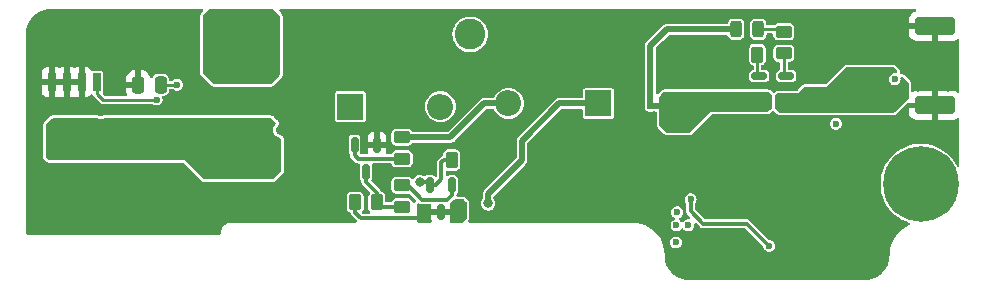
<source format=gbl>
G04 #@! TF.GenerationSoftware,KiCad,Pcbnew,8.0.0*
G04 #@! TF.CreationDate,2024-10-21T16:28:35+02:00*
G04 #@! TF.ProjectId,BatteryBridge,42617474-6572-4794-9272-696467652e6b,rev?*
G04 #@! TF.SameCoordinates,Original*
G04 #@! TF.FileFunction,Copper,L6,Bot*
G04 #@! TF.FilePolarity,Positive*
%FSLAX46Y46*%
G04 Gerber Fmt 4.6, Leading zero omitted, Abs format (unit mm)*
G04 Created by KiCad (PCBNEW 8.0.0) date 2024-10-21 16:28:35*
%MOMM*%
%LPD*%
G01*
G04 APERTURE LIST*
G04 Aperture macros list*
%AMRoundRect*
0 Rectangle with rounded corners*
0 $1 Rounding radius*
0 $2 $3 $4 $5 $6 $7 $8 $9 X,Y pos of 4 corners*
0 Add a 4 corners polygon primitive as box body*
4,1,4,$2,$3,$4,$5,$6,$7,$8,$9,$2,$3,0*
0 Add four circle primitives for the rounded corners*
1,1,$1+$1,$2,$3*
1,1,$1+$1,$4,$5*
1,1,$1+$1,$6,$7*
1,1,$1+$1,$8,$9*
0 Add four rect primitives between the rounded corners*
20,1,$1+$1,$2,$3,$4,$5,0*
20,1,$1+$1,$4,$5,$6,$7,0*
20,1,$1+$1,$6,$7,$8,$9,0*
20,1,$1+$1,$8,$9,$2,$3,0*%
G04 Aperture macros list end*
G04 #@! TA.AperFunction,ComponentPad*
%ADD10C,2.600000*%
G04 #@! TD*
G04 #@! TA.AperFunction,ComponentPad*
%ADD11C,0.800000*%
G04 #@! TD*
G04 #@! TA.AperFunction,ComponentPad*
%ADD12C,6.400000*%
G04 #@! TD*
G04 #@! TA.AperFunction,ComponentPad*
%ADD13R,2.200000X2.200000*%
G04 #@! TD*
G04 #@! TA.AperFunction,ComponentPad*
%ADD14O,2.200000X2.200000*%
G04 #@! TD*
G04 #@! TA.AperFunction,SMDPad,CuDef*
%ADD15RoundRect,0.250000X-0.475000X0.250000X-0.475000X-0.250000X0.475000X-0.250000X0.475000X0.250000X0*%
G04 #@! TD*
G04 #@! TA.AperFunction,SMDPad,CuDef*
%ADD16RoundRect,0.150000X-0.150000X0.512500X-0.150000X-0.512500X0.150000X-0.512500X0.150000X0.512500X0*%
G04 #@! TD*
G04 #@! TA.AperFunction,SMDPad,CuDef*
%ADD17RoundRect,0.150000X0.512500X0.150000X-0.512500X0.150000X-0.512500X-0.150000X0.512500X-0.150000X0*%
G04 #@! TD*
G04 #@! TA.AperFunction,SMDPad,CuDef*
%ADD18RoundRect,0.250000X-0.262500X-0.450000X0.262500X-0.450000X0.262500X0.450000X-0.262500X0.450000X0*%
G04 #@! TD*
G04 #@! TA.AperFunction,SMDPad,CuDef*
%ADD19RoundRect,0.250000X0.262500X0.450000X-0.262500X0.450000X-0.262500X-0.450000X0.262500X-0.450000X0*%
G04 #@! TD*
G04 #@! TA.AperFunction,SMDPad,CuDef*
%ADD20RoundRect,0.250000X-0.450000X0.262500X-0.450000X-0.262500X0.450000X-0.262500X0.450000X0.262500X0*%
G04 #@! TD*
G04 #@! TA.AperFunction,SMDPad,CuDef*
%ADD21RoundRect,0.250000X0.650000X-1.000000X0.650000X1.000000X-0.650000X1.000000X-0.650000X-1.000000X0*%
G04 #@! TD*
G04 #@! TA.AperFunction,SMDPad,CuDef*
%ADD22RoundRect,0.962500X1.787500X0.962500X-1.787500X0.962500X-1.787500X-0.962500X1.787500X-0.962500X0*%
G04 #@! TD*
G04 #@! TA.AperFunction,SMDPad,CuDef*
%ADD23R,0.700000X1.525000*%
G04 #@! TD*
G04 #@! TA.AperFunction,SMDPad,CuDef*
%ADD24RoundRect,0.250000X0.250000X0.475000X-0.250000X0.475000X-0.250000X-0.475000X0.250000X-0.475000X0*%
G04 #@! TD*
G04 #@! TA.AperFunction,SMDPad,CuDef*
%ADD25RoundRect,0.250000X-1.500000X0.250000X-1.500000X-0.250000X1.500000X-0.250000X1.500000X0.250000X0*%
G04 #@! TD*
G04 #@! TA.AperFunction,SMDPad,CuDef*
%ADD26RoundRect,0.250001X-1.449999X0.499999X-1.449999X-0.499999X1.449999X-0.499999X1.449999X0.499999X0*%
G04 #@! TD*
G04 #@! TA.AperFunction,SMDPad,CuDef*
%ADD27RoundRect,0.243750X0.243750X0.456250X-0.243750X0.456250X-0.243750X-0.456250X0.243750X-0.456250X0*%
G04 #@! TD*
G04 #@! TA.AperFunction,ViaPad*
%ADD28C,0.600000*%
G04 #@! TD*
G04 #@! TA.AperFunction,ViaPad*
%ADD29C,0.800000*%
G04 #@! TD*
G04 #@! TA.AperFunction,Conductor*
%ADD30C,0.508000*%
G04 #@! TD*
G04 #@! TA.AperFunction,Conductor*
%ADD31C,0.350000*%
G04 #@! TD*
G04 #@! TA.AperFunction,Conductor*
%ADD32C,0.250000*%
G04 #@! TD*
G04 APERTURE END LIST*
D10*
X110030000Y-80030000D03*
D11*
X145783600Y-92710000D03*
X146486544Y-91012944D03*
X146486544Y-94407056D03*
X148183600Y-90310000D03*
D12*
X148183600Y-92710000D03*
D11*
X148183600Y-95110000D03*
X149880656Y-91012944D03*
X149880656Y-94407056D03*
X150583600Y-92710000D03*
D13*
X99890000Y-86150000D03*
D14*
X107510000Y-86150000D03*
D13*
X120897100Y-85874500D03*
D14*
X113277100Y-85874500D03*
D15*
X139023300Y-83480800D03*
X139023300Y-85380800D03*
D16*
X106593600Y-92791700D03*
X108493600Y-92791700D03*
X107543600Y-95066700D03*
D17*
X136776000Y-83571000D03*
X136776000Y-84521000D03*
X136776000Y-85471000D03*
X134501000Y-85471000D03*
X134501000Y-83571000D03*
D18*
X100306500Y-94268000D03*
X102131500Y-94268000D03*
X132522800Y-81738400D03*
X134347800Y-81738400D03*
D19*
X108481500Y-90678000D03*
X106656500Y-90678000D03*
D20*
X104267000Y-92813500D03*
X104267000Y-94638500D03*
D21*
X127550000Y-86250000D03*
X127550000Y-82250000D03*
D22*
X90600000Y-80125000D03*
X90600000Y-90075000D03*
D23*
X74595000Y-84088000D03*
X75865000Y-84088000D03*
X77135000Y-84088000D03*
X78405000Y-84088000D03*
X78405000Y-89512000D03*
X77135000Y-89512000D03*
X75865000Y-89512000D03*
X74595000Y-89512000D03*
D24*
X83820000Y-84300000D03*
X81920000Y-84300000D03*
D15*
X132470100Y-83582400D03*
X132470100Y-85482400D03*
X130336500Y-83582400D03*
X130336500Y-85482400D03*
D20*
X136584900Y-79809900D03*
X136584900Y-81634900D03*
D25*
X143606400Y-81702400D03*
X143606400Y-83702400D03*
D26*
X149356400Y-79352400D03*
X149356400Y-86052400D03*
D20*
X104267000Y-88749500D03*
X104267000Y-90574500D03*
D27*
X134423600Y-79604800D03*
X132548600Y-79604800D03*
D16*
X100243600Y-89388100D03*
X102143600Y-89388100D03*
X101193600Y-91663100D03*
D28*
X125300000Y-86100000D03*
X118550000Y-87000000D03*
X129100000Y-82400000D03*
X146800000Y-79650000D03*
D29*
X75565000Y-79375000D03*
X133959600Y-87274400D03*
X145440400Y-96621600D03*
X124460000Y-95250000D03*
X130200400Y-91135200D03*
X137795000Y-93980000D03*
X94615000Y-79375000D03*
X139700000Y-93980000D03*
X86360000Y-85725000D03*
D28*
X79600000Y-82250000D03*
D29*
X133553200Y-90373200D03*
X150495000Y-84455000D03*
D28*
X78750000Y-86650000D03*
D29*
X107950000Y-83185000D03*
X84300000Y-81400000D03*
X114935000Y-83185000D03*
X137160000Y-91440000D03*
D28*
X79600000Y-86350000D03*
D29*
X116840000Y-79375000D03*
X147955000Y-84455000D03*
X75565000Y-81280000D03*
D28*
X140716000Y-79756000D03*
D29*
X95885000Y-94615000D03*
D28*
X80450000Y-82250000D03*
D29*
X93345000Y-94615000D03*
X77470000Y-81280000D03*
X110185200Y-92964000D03*
X73660000Y-81280000D03*
X96520000Y-79375000D03*
D28*
X111506000Y-95656400D03*
D29*
X140335000Y-100330000D03*
D28*
X144780000Y-79756000D03*
D29*
X110185200Y-89001600D03*
D28*
X144780000Y-78232000D03*
X129850000Y-99850000D03*
X130200000Y-81350000D03*
D29*
X84300000Y-80250000D03*
X123240800Y-78638400D03*
D28*
X127850000Y-99850000D03*
D29*
X150825200Y-89357200D03*
X124917200Y-78638400D03*
D28*
X142748000Y-79756000D03*
X131200000Y-82400000D03*
X146812000Y-78232000D03*
D29*
X96520000Y-88138000D03*
D28*
X130200000Y-82400000D03*
X117600000Y-87350000D03*
D29*
X137160000Y-100330000D03*
D28*
X131200000Y-81350000D03*
D29*
X73660000Y-79375000D03*
D28*
X113588800Y-95656400D03*
D29*
X93980000Y-88138000D03*
D28*
X123250000Y-88250000D03*
D29*
X127635000Y-92710000D03*
D28*
X120192800Y-95605600D03*
D29*
X112395000Y-83185000D03*
X96520000Y-85725000D03*
X88900000Y-85725000D03*
X91440000Y-85725000D03*
D28*
X115925600Y-95656400D03*
D29*
X94615000Y-82550000D03*
X142875000Y-100330000D03*
X142240000Y-91440000D03*
D28*
X129100000Y-81350000D03*
D29*
X77470000Y-79375000D03*
X119380000Y-79375000D03*
X93980000Y-85725000D03*
X124460000Y-92710000D03*
D28*
X118008400Y-95656400D03*
D29*
X137769600Y-95910400D03*
D28*
X142748000Y-78232000D03*
D29*
X110185200Y-90881200D03*
X90805000Y-94615000D03*
X139700000Y-91440000D03*
X103505000Y-79375000D03*
D28*
X122326400Y-95605600D03*
D29*
X101600000Y-79375000D03*
X96520000Y-82550000D03*
D28*
X140716000Y-78232000D03*
D29*
X111550000Y-94350000D03*
D28*
X127500000Y-96200000D03*
X127450000Y-97650000D03*
X108915200Y-95554800D03*
X106426000Y-95605600D03*
X128500000Y-96200000D03*
X127550000Y-95100000D03*
X91694000Y-83820000D03*
X90424000Y-82804000D03*
X89154000Y-83820000D03*
X85240000Y-84300000D03*
X139230000Y-84720000D03*
X92900000Y-82804000D03*
X90424000Y-83820000D03*
X91694000Y-82804000D03*
X146050000Y-85550000D03*
X89154000Y-82804000D03*
X145250000Y-86150000D03*
X135350000Y-97950000D03*
X128700000Y-94000000D03*
X81788000Y-87884000D03*
X81788000Y-89916000D03*
X80518000Y-89916000D03*
X79248000Y-89916000D03*
X80518000Y-87884000D03*
X79248000Y-87884000D03*
X76350000Y-87650000D03*
X77150000Y-88200000D03*
X74750000Y-87650000D03*
X75550000Y-88200000D03*
X78050000Y-87700000D03*
X83480000Y-85550000D03*
X145970000Y-83830000D03*
X141000000Y-87600000D03*
D29*
X105765600Y-92557600D03*
D30*
X113277100Y-85874500D02*
X111229500Y-85874500D01*
X126695200Y-79604800D02*
X125300000Y-81000000D01*
X108354500Y-88749500D02*
X104267000Y-88749500D01*
X132548600Y-79604800D02*
X126695200Y-79604800D01*
X125300000Y-81000000D02*
X125300000Y-86100000D01*
X111229500Y-85874500D02*
X108354500Y-88749500D01*
X127400000Y-86100000D02*
X127550000Y-86250000D01*
X125300000Y-86100000D02*
X127400000Y-86100000D01*
X120897100Y-85874500D02*
X117575500Y-85874500D01*
X111550000Y-93555000D02*
X111550000Y-94350000D01*
X114427000Y-90678000D02*
X111550000Y-93555000D01*
X114427000Y-89023000D02*
X114427000Y-90678000D01*
X117575500Y-85874500D02*
X114427000Y-89023000D01*
D31*
X100306500Y-95124900D02*
X100306500Y-94268000D01*
X100787200Y-95605600D02*
X100306500Y-95124900D01*
X106426000Y-95605600D02*
X100787200Y-95605600D01*
D32*
X83820000Y-84300000D02*
X85240000Y-84300000D01*
D31*
X133450000Y-96050000D02*
X135350000Y-97950000D01*
X129750000Y-96050000D02*
X133450000Y-96050000D01*
X128700000Y-95000000D02*
X129750000Y-96050000D01*
X128700000Y-94000000D02*
X128700000Y-95000000D01*
D32*
X134423600Y-79604800D02*
X136379800Y-79604800D01*
X136379800Y-79604800D02*
X136584900Y-79809900D01*
X78920000Y-85570000D02*
X78405000Y-85055000D01*
X83480000Y-85550000D02*
X83460000Y-85570000D01*
X83460000Y-85570000D02*
X78920000Y-85570000D01*
X78405000Y-85055000D02*
X78405000Y-84088000D01*
X134347800Y-81738400D02*
X134347800Y-83417800D01*
X134347800Y-83417800D02*
X134501000Y-83571000D01*
X136584900Y-81634900D02*
X136584900Y-83379900D01*
X136584900Y-83379900D02*
X136776000Y-83571000D01*
D31*
X105765600Y-92557600D02*
X106359500Y-92557600D01*
X107106300Y-92791700D02*
X106593600Y-92791700D01*
X107797600Y-90678000D02*
X107594400Y-90881200D01*
X107594400Y-90881200D02*
X107594400Y-92303600D01*
X107594400Y-92303600D02*
X107106300Y-92791700D01*
X108481500Y-90678000D02*
X107797600Y-90678000D01*
X106359500Y-92557600D02*
X106593600Y-92791700D01*
X107171982Y-94029200D02*
X108100800Y-94029200D01*
X104267000Y-92813500D02*
X104751500Y-92813500D01*
X104751500Y-92813500D02*
X105968800Y-94030800D01*
X108102400Y-94030800D02*
X108493600Y-93639600D01*
X105968800Y-94030800D02*
X107170382Y-94030800D01*
X108493600Y-93639600D02*
X108493600Y-92791700D01*
X107170382Y-94030800D02*
X107171982Y-94029200D01*
X108100800Y-94029200D02*
X108102400Y-94030800D01*
X100531300Y-90574500D02*
X104267000Y-90574500D01*
X100243600Y-89388100D02*
X100243600Y-90286800D01*
X100243600Y-90286800D02*
X100531300Y-90574500D01*
X101193600Y-91663100D02*
X101193600Y-92506800D01*
X104267000Y-94638500D02*
X102502000Y-94638500D01*
X102131500Y-93444700D02*
X102131500Y-94268000D01*
X101193600Y-92506800D02*
X102131500Y-93444700D01*
X102502000Y-94638500D02*
X102131500Y-94268000D01*
G04 #@! TA.AperFunction,Conductor*
G36*
X125800000Y-83900000D02*
G01*
X126593151Y-84693151D01*
X126591677Y-84692815D01*
X126545233Y-84682214D01*
X126545229Y-84682213D01*
X126545227Y-84682213D01*
X126500564Y-84677065D01*
X126500539Y-84677063D01*
X126446628Y-84676789D01*
X126446622Y-84676789D01*
X126446598Y-84676789D01*
X126435797Y-84677036D01*
X126435075Y-84677053D01*
X126347068Y-84701921D01*
X126347066Y-84701922D01*
X126285746Y-84735405D01*
X126238917Y-84770460D01*
X126238908Y-84770468D01*
X125966181Y-85043196D01*
X125904858Y-85076681D01*
X125835166Y-85071697D01*
X125779233Y-85029825D01*
X125754816Y-84964361D01*
X125754500Y-84955515D01*
X125754500Y-81239622D01*
X125774185Y-81172583D01*
X125790819Y-81151941D01*
X125800000Y-81142760D01*
X125800000Y-83900000D01*
G37*
G04 #@! TD.AperFunction*
G04 #@! TA.AperFunction,Conductor*
G36*
X135496500Y-84796500D02*
G01*
X135480142Y-84781807D01*
X135480129Y-84781795D01*
X135459502Y-84765174D01*
X135388455Y-84728009D01*
X135321423Y-84708326D01*
X135320774Y-84708232D01*
X135263518Y-84700000D01*
X135400000Y-84700000D01*
X135496500Y-84796500D01*
G37*
G04 #@! TD.AperFunction*
G04 #@! TA.AperFunction,Conductor*
G36*
X87381445Y-77894585D02*
G01*
X87427200Y-77947389D01*
X87437144Y-78016547D01*
X87408119Y-78080103D01*
X87402087Y-78086581D01*
X87255666Y-78233001D01*
X87255638Y-78233031D01*
X87237361Y-78253379D01*
X87220744Y-78274000D01*
X87220740Y-78274005D01*
X87220740Y-78274007D01*
X87179656Y-78352548D01*
X87174534Y-78362340D01*
X87154850Y-78429375D01*
X87154848Y-78429383D01*
X87144500Y-78501360D01*
X87144500Y-83248639D01*
X87145963Y-83275934D01*
X87145967Y-83275988D01*
X87148797Y-83302310D01*
X87148798Y-83302312D01*
X87178586Y-83397441D01*
X87178590Y-83397451D01*
X87212068Y-83458761D01*
X87212073Y-83458769D01*
X87255649Y-83516980D01*
X87255665Y-83516998D01*
X87670371Y-83931703D01*
X88083015Y-84344347D01*
X88103365Y-84362626D01*
X88103371Y-84362631D01*
X88103379Y-84362638D01*
X88124000Y-84379255D01*
X88124002Y-84379256D01*
X88124007Y-84379260D01*
X88212338Y-84425465D01*
X88279377Y-84445150D01*
X88279381Y-84445150D01*
X88279383Y-84445151D01*
X88291014Y-84446823D01*
X88351362Y-84455500D01*
X88351363Y-84455500D01*
X93148639Y-84455500D01*
X93150075Y-84455422D01*
X93175952Y-84454036D01*
X93202310Y-84451202D01*
X93297444Y-84421413D01*
X93358767Y-84387928D01*
X93416985Y-84344347D01*
X94044347Y-83716985D01*
X94062626Y-83696635D01*
X94079260Y-83675993D01*
X94125465Y-83587662D01*
X94145150Y-83520623D01*
X94155500Y-83448638D01*
X94155500Y-80030005D01*
X108524357Y-80030005D01*
X108544890Y-80277812D01*
X108544892Y-80277824D01*
X108605936Y-80518881D01*
X108705826Y-80746606D01*
X108841833Y-80954782D01*
X108874245Y-80989991D01*
X109010256Y-81137738D01*
X109206491Y-81290474D01*
X109425190Y-81408828D01*
X109660386Y-81489571D01*
X109905665Y-81530500D01*
X110154335Y-81530500D01*
X110399614Y-81489571D01*
X110634810Y-81408828D01*
X110853509Y-81290474D01*
X111049744Y-81137738D01*
X111218164Y-80954785D01*
X111354173Y-80746607D01*
X111454063Y-80518881D01*
X111515108Y-80277821D01*
X111525111Y-80157101D01*
X111535643Y-80030005D01*
X111535643Y-80029994D01*
X111515109Y-79782187D01*
X111515107Y-79782175D01*
X111454063Y-79541118D01*
X111354173Y-79313393D01*
X111218166Y-79105217D01*
X111181160Y-79065018D01*
X111049744Y-78922262D01*
X110853509Y-78769526D01*
X110853507Y-78769525D01*
X110853506Y-78769524D01*
X110634811Y-78651172D01*
X110634802Y-78651169D01*
X110399616Y-78570429D01*
X110154335Y-78529500D01*
X109905665Y-78529500D01*
X109660383Y-78570429D01*
X109425197Y-78651169D01*
X109425188Y-78651172D01*
X109206493Y-78769524D01*
X109010257Y-78922261D01*
X108841833Y-79105217D01*
X108705826Y-79313393D01*
X108605936Y-79541118D01*
X108544892Y-79782175D01*
X108544890Y-79782187D01*
X108524357Y-80029994D01*
X108524357Y-80030005D01*
X94155500Y-80030005D01*
X94155500Y-78501362D01*
X94154036Y-78474048D01*
X94151202Y-78447690D01*
X94121413Y-78352556D01*
X94103806Y-78320312D01*
X94087931Y-78291238D01*
X94087926Y-78291230D01*
X94044350Y-78233019D01*
X94044349Y-78233018D01*
X94044347Y-78233015D01*
X94044342Y-78233010D01*
X94044334Y-78233001D01*
X93897914Y-78086581D01*
X93864429Y-78025258D01*
X93869413Y-77955566D01*
X93911285Y-77899633D01*
X93976749Y-77875216D01*
X93985595Y-77874900D01*
X147703500Y-77874900D01*
X147770539Y-77894585D01*
X147816294Y-77947389D01*
X147826238Y-78016547D01*
X147797213Y-78080103D01*
X147742504Y-78116606D01*
X147587281Y-78168041D01*
X147587276Y-78168043D01*
X147438055Y-78260084D01*
X147314084Y-78384055D01*
X147222043Y-78533276D01*
X147222041Y-78533281D01*
X147166894Y-78699703D01*
X147166893Y-78699710D01*
X147156400Y-78802414D01*
X147156400Y-79102400D01*
X149482400Y-79102400D01*
X149549439Y-79122085D01*
X149595194Y-79174889D01*
X149606400Y-79226400D01*
X149606400Y-80602400D01*
X150856373Y-80602400D01*
X150856385Y-80602399D01*
X150959089Y-80591906D01*
X150959096Y-80591905D01*
X151125518Y-80536758D01*
X151125529Y-80536753D01*
X151272003Y-80446407D01*
X151339395Y-80427966D01*
X151406059Y-80448888D01*
X151450829Y-80502530D01*
X151461100Y-80551945D01*
X151461100Y-84852854D01*
X151441415Y-84919893D01*
X151388611Y-84965648D01*
X151319453Y-84975592D01*
X151272003Y-84958393D01*
X151125523Y-84868043D01*
X151125518Y-84868041D01*
X150959096Y-84812894D01*
X150959089Y-84812893D01*
X150856385Y-84802400D01*
X149606400Y-84802400D01*
X149606400Y-87302400D01*
X150856373Y-87302400D01*
X150856385Y-87302399D01*
X150959089Y-87291906D01*
X150959096Y-87291905D01*
X151125518Y-87236758D01*
X151125529Y-87236753D01*
X151272003Y-87146407D01*
X151339395Y-87127966D01*
X151406059Y-87148888D01*
X151450829Y-87202530D01*
X151461100Y-87251945D01*
X151461100Y-91133715D01*
X151441415Y-91200754D01*
X151388611Y-91246509D01*
X151319453Y-91256453D01*
X151255897Y-91227428D01*
X151227545Y-91191798D01*
X151101626Y-90954291D01*
X151101624Y-90954288D01*
X151101622Y-90954284D01*
X150894690Y-90649083D01*
X150655973Y-90368044D01*
X150388270Y-90114462D01*
X150368085Y-90099118D01*
X150341964Y-90079261D01*
X150094719Y-89891310D01*
X149778762Y-89701205D01*
X149778761Y-89701204D01*
X149778757Y-89701202D01*
X149778753Y-89701200D01*
X149444113Y-89546379D01*
X149444108Y-89546377D01*
X149444103Y-89546375D01*
X149273772Y-89488983D01*
X149094665Y-89428635D01*
X148734546Y-89349367D01*
X148367971Y-89309500D01*
X148367970Y-89309500D01*
X147999230Y-89309500D01*
X147999228Y-89309500D01*
X147632653Y-89349367D01*
X147272534Y-89428635D01*
X147002412Y-89519650D01*
X146923097Y-89546375D01*
X146923094Y-89546376D01*
X146923086Y-89546379D01*
X146588446Y-89701200D01*
X146588442Y-89701202D01*
X146456893Y-89780353D01*
X146272481Y-89891310D01*
X146248938Y-89909207D01*
X145978930Y-90114461D01*
X145978930Y-90114462D01*
X145711226Y-90368044D01*
X145472509Y-90649083D01*
X145265579Y-90954282D01*
X145265573Y-90954291D01*
X145092861Y-91280061D01*
X145092855Y-91280073D01*
X144956370Y-91622628D01*
X144956368Y-91622634D01*
X144857728Y-91977905D01*
X144857722Y-91977931D01*
X144798070Y-92341786D01*
X144798069Y-92341803D01*
X144778106Y-92709997D01*
X144778106Y-92710000D01*
X144798069Y-93078196D01*
X144798070Y-93078213D01*
X144857722Y-93442068D01*
X144857728Y-93442094D01*
X144956368Y-93797365D01*
X144956370Y-93797371D01*
X144956372Y-93797377D01*
X144956373Y-93797379D01*
X144973224Y-93839672D01*
X145092855Y-94139926D01*
X145092861Y-94139938D01*
X145265573Y-94465708D01*
X145265579Y-94465717D01*
X145472509Y-94770916D01*
X145534981Y-94844463D01*
X145711227Y-95051956D01*
X145978930Y-95305538D01*
X146272481Y-95528690D01*
X146588438Y-95718795D01*
X146588440Y-95718796D01*
X146588442Y-95718797D01*
X146588446Y-95718799D01*
X146923086Y-95873621D01*
X146923090Y-95873622D01*
X146923091Y-95873622D01*
X146923097Y-95873625D01*
X147189149Y-95963268D01*
X147246394Y-96003328D01*
X147272894Y-96067977D01*
X147260234Y-96136691D01*
X147212435Y-96187652D01*
X147203358Y-96192497D01*
X146957627Y-96310835D01*
X146697956Y-96473998D01*
X146697952Y-96474000D01*
X146697949Y-96474003D01*
X146671113Y-96495404D01*
X146458173Y-96665216D01*
X146241316Y-96882073D01*
X146170537Y-96970828D01*
X146050103Y-97121849D01*
X146050100Y-97121852D01*
X146050098Y-97121856D01*
X145886935Y-97381527D01*
X145753873Y-97657833D01*
X145652584Y-97947298D01*
X145652580Y-97947310D01*
X145584338Y-98246300D01*
X145584336Y-98246316D01*
X145550000Y-98551053D01*
X145550000Y-98700333D01*
X145549735Y-98708443D01*
X145532313Y-98974252D01*
X145530195Y-98990333D01*
X145479025Y-99247581D01*
X145474827Y-99263249D01*
X145390513Y-99511628D01*
X145384306Y-99526613D01*
X145268295Y-99761860D01*
X145260185Y-99775907D01*
X145114461Y-99993999D01*
X145104587Y-100006867D01*
X144931642Y-100204073D01*
X144920173Y-100215542D01*
X144722967Y-100388487D01*
X144710099Y-100398361D01*
X144492007Y-100544085D01*
X144477960Y-100552195D01*
X144242713Y-100668206D01*
X144227728Y-100674413D01*
X143979349Y-100758727D01*
X143963681Y-100762925D01*
X143706433Y-100814095D01*
X143690352Y-100816213D01*
X143424543Y-100833635D01*
X143416433Y-100833900D01*
X128621267Y-100833900D01*
X128613157Y-100833635D01*
X128347347Y-100816213D01*
X128331266Y-100814095D01*
X128074018Y-100762925D01*
X128058350Y-100758727D01*
X127809971Y-100674413D01*
X127794986Y-100668206D01*
X127559739Y-100552195D01*
X127545692Y-100544085D01*
X127327600Y-100398361D01*
X127314732Y-100388487D01*
X127117526Y-100215542D01*
X127106057Y-100204073D01*
X127040977Y-100129864D01*
X126933109Y-100006864D01*
X126923238Y-99993999D01*
X126777514Y-99775907D01*
X126769404Y-99761860D01*
X126764030Y-99750963D01*
X126653390Y-99526606D01*
X126647189Y-99511635D01*
X126562869Y-99263238D01*
X126558677Y-99247593D01*
X126507502Y-98990322D01*
X126505387Y-98974264D01*
X126487965Y-98708443D01*
X126487700Y-98700333D01*
X126487700Y-98551054D01*
X126487699Y-98551053D01*
X126476369Y-98450500D01*
X126453362Y-98246304D01*
X126385119Y-97947310D01*
X126376742Y-97923371D01*
X126336212Y-97807543D01*
X126283828Y-97657837D01*
X126280054Y-97650000D01*
X126944353Y-97650000D01*
X126964834Y-97792456D01*
X127024622Y-97923371D01*
X127024623Y-97923373D01*
X127118872Y-98032143D01*
X127239947Y-98109953D01*
X127239950Y-98109954D01*
X127239949Y-98109954D01*
X127378036Y-98150499D01*
X127378038Y-98150500D01*
X127378039Y-98150500D01*
X127521962Y-98150500D01*
X127521962Y-98150499D01*
X127660053Y-98109953D01*
X127781128Y-98032143D01*
X127875377Y-97923373D01*
X127935165Y-97792457D01*
X127955647Y-97650000D01*
X127935165Y-97507543D01*
X127875377Y-97376627D01*
X127781128Y-97267857D01*
X127660053Y-97190047D01*
X127660051Y-97190046D01*
X127660049Y-97190045D01*
X127660050Y-97190045D01*
X127521963Y-97149500D01*
X127521961Y-97149500D01*
X127378039Y-97149500D01*
X127378036Y-97149500D01*
X127239949Y-97190045D01*
X127118873Y-97267856D01*
X127024623Y-97376626D01*
X127024622Y-97376628D01*
X126964834Y-97507543D01*
X126944353Y-97650000D01*
X126280054Y-97650000D01*
X126150763Y-97381525D01*
X125987597Y-97121849D01*
X125796384Y-96882074D01*
X125579526Y-96665216D01*
X125339751Y-96474003D01*
X125221830Y-96399908D01*
X125080072Y-96310835D01*
X124849921Y-96200000D01*
X126994353Y-96200000D01*
X127014834Y-96342456D01*
X127041073Y-96399910D01*
X127074623Y-96473373D01*
X127168872Y-96582143D01*
X127289947Y-96659953D01*
X127289950Y-96659954D01*
X127289949Y-96659954D01*
X127428036Y-96700499D01*
X127428038Y-96700500D01*
X127428039Y-96700500D01*
X127571962Y-96700500D01*
X127571962Y-96700499D01*
X127692129Y-96665216D01*
X127710050Y-96659954D01*
X127710050Y-96659953D01*
X127710053Y-96659953D01*
X127831128Y-96582143D01*
X127906287Y-96495403D01*
X127965064Y-96457629D01*
X128034934Y-96457629D01*
X128093712Y-96495403D01*
X128093713Y-96495404D01*
X128162597Y-96574902D01*
X128168872Y-96582143D01*
X128289947Y-96659953D01*
X128289950Y-96659954D01*
X128289949Y-96659954D01*
X128428036Y-96700499D01*
X128428038Y-96700500D01*
X128428039Y-96700500D01*
X128571962Y-96700500D01*
X128571962Y-96700499D01*
X128692129Y-96665216D01*
X128710050Y-96659954D01*
X128710050Y-96659953D01*
X128710053Y-96659953D01*
X128831128Y-96582143D01*
X128925377Y-96473373D01*
X128985165Y-96342457D01*
X129005647Y-96200000D01*
X128997659Y-96144442D01*
X129007603Y-96075285D01*
X129053358Y-96022481D01*
X129120397Y-96002796D01*
X129187436Y-96022481D01*
X129208078Y-96039115D01*
X129449525Y-96280562D01*
X129519438Y-96350475D01*
X129605062Y-96399910D01*
X129652142Y-96412525D01*
X129700564Y-96425500D01*
X129700565Y-96425500D01*
X133243101Y-96425500D01*
X133310140Y-96445185D01*
X133330782Y-96461819D01*
X134819432Y-97950470D01*
X134852917Y-98011793D01*
X134854489Y-98020503D01*
X134864834Y-98092453D01*
X134864835Y-98092458D01*
X134892596Y-98153245D01*
X134924623Y-98223373D01*
X135018872Y-98332143D01*
X135139947Y-98409953D01*
X135139950Y-98409954D01*
X135139949Y-98409954D01*
X135278036Y-98450499D01*
X135278038Y-98450500D01*
X135278039Y-98450500D01*
X135421962Y-98450500D01*
X135421962Y-98450499D01*
X135560053Y-98409953D01*
X135681128Y-98332143D01*
X135775377Y-98223373D01*
X135835165Y-98092457D01*
X135855647Y-97950000D01*
X135835165Y-97807543D01*
X135775377Y-97676627D01*
X135681128Y-97567857D01*
X135560053Y-97490047D01*
X135560051Y-97490046D01*
X135560049Y-97490045D01*
X135560050Y-97490045D01*
X135421958Y-97449498D01*
X135414429Y-97448416D01*
X135350874Y-97419390D01*
X135344398Y-97413360D01*
X133680563Y-95749526D01*
X133680562Y-95749525D01*
X133594938Y-95700090D01*
X133547186Y-95687295D01*
X133547184Y-95687294D01*
X133547182Y-95687293D01*
X133499436Y-95674500D01*
X133499435Y-95674500D01*
X129956899Y-95674500D01*
X129889860Y-95654815D01*
X129869218Y-95638181D01*
X129111819Y-94880782D01*
X129078334Y-94819459D01*
X129075500Y-94793101D01*
X129075500Y-94377183D01*
X129095185Y-94310144D01*
X129105783Y-94295985D01*
X129125377Y-94273373D01*
X129185165Y-94142457D01*
X129205647Y-94000000D01*
X129185165Y-93857543D01*
X129125377Y-93726627D01*
X129031128Y-93617857D01*
X128910053Y-93540047D01*
X128910051Y-93540046D01*
X128910049Y-93540045D01*
X128910050Y-93540045D01*
X128771963Y-93499500D01*
X128771961Y-93499500D01*
X128628039Y-93499500D01*
X128628036Y-93499500D01*
X128489949Y-93540045D01*
X128368873Y-93617856D01*
X128274623Y-93726626D01*
X128274622Y-93726628D01*
X128214834Y-93857543D01*
X128194353Y-94000000D01*
X128214834Y-94142456D01*
X128258026Y-94237032D01*
X128274623Y-94273373D01*
X128294212Y-94295980D01*
X128323238Y-94359534D01*
X128324500Y-94377183D01*
X128324500Y-94950564D01*
X128324500Y-95049436D01*
X128331474Y-95075464D01*
X128331475Y-95075467D01*
X128331474Y-95075467D01*
X128350088Y-95144934D01*
X128350089Y-95144937D01*
X128366231Y-95172895D01*
X128399525Y-95230562D01*
X128399526Y-95230563D01*
X128399527Y-95230564D01*
X128656782Y-95487819D01*
X128690267Y-95549142D01*
X128685283Y-95618834D01*
X128643411Y-95674767D01*
X128577947Y-95699184D01*
X128569101Y-95699500D01*
X128428036Y-95699500D01*
X128289949Y-95740045D01*
X128168873Y-95817856D01*
X128168872Y-95817856D01*
X128168872Y-95817857D01*
X128131056Y-95861500D01*
X128093713Y-95904596D01*
X128034935Y-95942370D01*
X127965065Y-95942370D01*
X127906287Y-95904596D01*
X127896441Y-95893233D01*
X127831128Y-95817857D01*
X127757254Y-95770381D01*
X127711500Y-95717578D01*
X127701556Y-95648419D01*
X127730581Y-95584863D01*
X127757255Y-95561750D01*
X127760049Y-95559953D01*
X127760053Y-95559953D01*
X127881128Y-95482143D01*
X127975377Y-95373373D01*
X128035165Y-95242457D01*
X128055647Y-95100000D01*
X128035165Y-94957543D01*
X127975377Y-94826627D01*
X127881128Y-94717857D01*
X127760053Y-94640047D01*
X127760051Y-94640046D01*
X127760049Y-94640045D01*
X127760050Y-94640045D01*
X127621963Y-94599500D01*
X127621961Y-94599500D01*
X127478039Y-94599500D01*
X127478036Y-94599500D01*
X127339949Y-94640045D01*
X127218873Y-94717856D01*
X127124623Y-94826626D01*
X127124622Y-94826628D01*
X127064834Y-94957543D01*
X127044353Y-95100000D01*
X127064834Y-95242456D01*
X127124622Y-95373371D01*
X127124623Y-95373373D01*
X127218872Y-95482143D01*
X127292745Y-95529618D01*
X127338499Y-95582421D01*
X127348443Y-95651579D01*
X127319418Y-95715135D01*
X127292745Y-95738248D01*
X127168874Y-95817855D01*
X127074623Y-95926626D01*
X127074622Y-95926628D01*
X127014834Y-96057543D01*
X126994353Y-96200000D01*
X124849921Y-96200000D01*
X124803766Y-96177773D01*
X124514301Y-96076484D01*
X124514289Y-96076480D01*
X124215299Y-96008238D01*
X124215283Y-96008236D01*
X123910546Y-95973900D01*
X123910542Y-95973900D01*
X123796762Y-95973900D01*
X109967720Y-95973900D01*
X109900681Y-95954215D01*
X109854926Y-95901411D01*
X109844982Y-95832253D01*
X109866879Y-95781962D01*
X109864985Y-95780721D01*
X109868325Y-95775622D01*
X109868327Y-95775620D01*
X109905490Y-95704575D01*
X109920101Y-95654815D01*
X109925173Y-95637543D01*
X109925173Y-95637542D01*
X109925175Y-95637536D01*
X109933500Y-95579638D01*
X109933500Y-94350001D01*
X110944318Y-94350001D01*
X110964955Y-94506760D01*
X110964956Y-94506762D01*
X111020164Y-94640047D01*
X111025464Y-94652841D01*
X111121718Y-94778282D01*
X111247159Y-94874536D01*
X111393238Y-94935044D01*
X111471619Y-94945363D01*
X111549999Y-94955682D01*
X111550000Y-94955682D01*
X111550001Y-94955682D01*
X111602254Y-94948802D01*
X111706762Y-94935044D01*
X111852841Y-94874536D01*
X111978282Y-94778282D01*
X112074536Y-94652841D01*
X112135044Y-94506762D01*
X112155682Y-94350000D01*
X112153823Y-94335882D01*
X112135044Y-94193239D01*
X112135044Y-94193238D01*
X112074536Y-94047159D01*
X112074535Y-94047158D01*
X112074535Y-94047157D01*
X112030124Y-93989279D01*
X112004930Y-93924109D01*
X112004500Y-93913793D01*
X112004500Y-93794621D01*
X112024185Y-93727582D01*
X112040814Y-93706945D01*
X114695860Y-91051898D01*
X114695865Y-91051895D01*
X114706068Y-91041691D01*
X114706070Y-91041691D01*
X114790691Y-90957070D01*
X114850527Y-90853431D01*
X114881500Y-90737836D01*
X114881500Y-89262622D01*
X114901185Y-89195583D01*
X114917819Y-89174941D01*
X117727441Y-86365319D01*
X117788764Y-86331834D01*
X117815122Y-86329000D01*
X119472600Y-86329000D01*
X119539639Y-86348685D01*
X119585394Y-86401489D01*
X119596600Y-86453000D01*
X119596600Y-86994252D01*
X119608231Y-87052729D01*
X119608232Y-87052730D01*
X119652547Y-87119052D01*
X119718869Y-87163367D01*
X119718870Y-87163368D01*
X119777347Y-87174999D01*
X119777350Y-87175000D01*
X119777352Y-87175000D01*
X122016850Y-87175000D01*
X122016851Y-87174999D01*
X122031668Y-87172052D01*
X122075329Y-87163368D01*
X122075329Y-87163367D01*
X122075331Y-87163367D01*
X122141652Y-87119052D01*
X122185967Y-87052731D01*
X122185967Y-87052729D01*
X122185968Y-87052729D01*
X122197599Y-86994252D01*
X122197600Y-86994250D01*
X122197600Y-86100000D01*
X124794353Y-86100000D01*
X124814834Y-86242456D01*
X124863348Y-86348685D01*
X124874623Y-86373373D01*
X124968872Y-86482143D01*
X125089947Y-86559953D01*
X125089950Y-86559954D01*
X125089949Y-86559954D01*
X125138417Y-86574185D01*
X125214402Y-86596496D01*
X125228036Y-86600499D01*
X125228038Y-86600500D01*
X125228039Y-86600500D01*
X125371962Y-86600500D01*
X125371962Y-86600499D01*
X125421713Y-86585891D01*
X125511520Y-86559523D01*
X125546454Y-86554500D01*
X125720500Y-86554500D01*
X125787539Y-86574185D01*
X125833294Y-86626989D01*
X125844500Y-86678500D01*
X125844500Y-87698638D01*
X125845678Y-87720618D01*
X125848511Y-87746965D01*
X125848512Y-87746967D01*
X125872470Y-87823478D01*
X125872471Y-87823483D01*
X125886228Y-87848676D01*
X125905956Y-87884805D01*
X125905958Y-87884808D01*
X125905960Y-87884811D01*
X125940998Y-87931615D01*
X125941002Y-87931619D01*
X125941009Y-87931629D01*
X125941016Y-87931636D01*
X126468365Y-88458986D01*
X126468366Y-88458987D01*
X126484716Y-88473674D01*
X126484730Y-88473686D01*
X126484738Y-88473693D01*
X126493136Y-88480460D01*
X126505379Y-88490327D01*
X126576424Y-88527490D01*
X126643456Y-88547173D01*
X126643458Y-88547173D01*
X126643464Y-88547175D01*
X126701362Y-88555500D01*
X126701366Y-88555500D01*
X128598639Y-88555500D01*
X128601180Y-88555363D01*
X128620607Y-88554322D01*
X128620614Y-88554321D01*
X128620618Y-88554321D01*
X128646965Y-88551488D01*
X128723482Y-88527529D01*
X128784805Y-88494044D01*
X128831629Y-88458991D01*
X129690619Y-87600000D01*
X140494353Y-87600000D01*
X140514834Y-87742456D01*
X140563344Y-87848676D01*
X140574623Y-87873373D01*
X140668872Y-87982143D01*
X140789947Y-88059953D01*
X140789950Y-88059954D01*
X140789949Y-88059954D01*
X140928036Y-88100499D01*
X140928038Y-88100500D01*
X140928039Y-88100500D01*
X141071962Y-88100500D01*
X141071962Y-88100499D01*
X141210053Y-88059953D01*
X141331128Y-87982143D01*
X141425377Y-87873373D01*
X141485165Y-87742457D01*
X141505647Y-87600000D01*
X141485165Y-87457543D01*
X141425377Y-87326627D01*
X141331128Y-87217857D01*
X141210053Y-87140047D01*
X141210051Y-87140046D01*
X141210049Y-87140045D01*
X141210050Y-87140045D01*
X141068479Y-87098477D01*
X141009700Y-87060703D01*
X140999999Y-87039463D01*
X140990300Y-87060703D01*
X140931522Y-87098477D01*
X140931521Y-87098477D01*
X140789949Y-87140045D01*
X140668873Y-87217856D01*
X140574623Y-87326626D01*
X140574622Y-87326628D01*
X140514834Y-87457543D01*
X140494353Y-87600000D01*
X129690619Y-87600000D01*
X130448800Y-86841818D01*
X130510123Y-86808334D01*
X130536481Y-86805500D01*
X135198637Y-86805500D01*
X135198638Y-86805500D01*
X135220606Y-86804322D01*
X135246965Y-86801488D01*
X135323484Y-86777528D01*
X135384804Y-86744044D01*
X135431627Y-86708992D01*
X135612318Y-86528299D01*
X135673641Y-86494815D01*
X135743332Y-86499799D01*
X135787680Y-86528300D01*
X136018365Y-86758986D01*
X136018366Y-86758987D01*
X136034716Y-86773674D01*
X136034730Y-86773686D01*
X136034738Y-86773693D01*
X136043136Y-86780460D01*
X136055379Y-86790327D01*
X136126424Y-86827490D01*
X136193456Y-86847173D01*
X136193458Y-86847173D01*
X136193464Y-86847175D01*
X136251362Y-86855500D01*
X136251366Y-86855500D01*
X140896587Y-86855500D01*
X140963626Y-86875185D01*
X140999999Y-86917162D01*
X141036373Y-86875185D01*
X141103413Y-86855500D01*
X145898639Y-86855500D01*
X145901180Y-86855363D01*
X145920607Y-86854322D01*
X145920614Y-86854321D01*
X145920618Y-86854321D01*
X145946965Y-86851488D01*
X146023482Y-86827529D01*
X146084805Y-86794044D01*
X146131629Y-86758991D01*
X146588220Y-86302400D01*
X147156400Y-86302400D01*
X147156400Y-86602385D01*
X147166893Y-86705089D01*
X147166894Y-86705096D01*
X147222041Y-86871518D01*
X147222043Y-86871523D01*
X147314084Y-87020744D01*
X147438055Y-87144715D01*
X147587276Y-87236756D01*
X147587281Y-87236758D01*
X147753703Y-87291905D01*
X147753710Y-87291906D01*
X147856414Y-87302399D01*
X147856427Y-87302400D01*
X149106400Y-87302400D01*
X149106400Y-86302400D01*
X147156400Y-86302400D01*
X146588220Y-86302400D01*
X147051901Y-85838719D01*
X147113224Y-85805234D01*
X147139582Y-85802400D01*
X149106400Y-85802400D01*
X149106400Y-84802400D01*
X147856414Y-84802400D01*
X147753710Y-84812893D01*
X147753703Y-84812894D01*
X147587281Y-84868041D01*
X147587276Y-84868043D01*
X147544597Y-84894369D01*
X147477204Y-84912809D01*
X147410541Y-84891886D01*
X147365771Y-84838245D01*
X147355500Y-84788830D01*
X147355500Y-84151361D01*
X147354321Y-84129381D01*
X147351488Y-84103034D01*
X147351487Y-84103032D01*
X147327529Y-84026518D01*
X147294044Y-83965195D01*
X147294039Y-83965188D01*
X147259001Y-83918384D01*
X147258998Y-83918381D01*
X147258991Y-83918371D01*
X147057588Y-83716968D01*
X146816502Y-83475881D01*
X146816501Y-83475880D01*
X146800151Y-83461193D01*
X146800137Y-83461181D01*
X146779488Y-83444540D01*
X146708442Y-83407377D01*
X146641413Y-83387695D01*
X146641389Y-83387689D01*
X146616893Y-83382098D01*
X146542302Y-83386669D01*
X146474184Y-83371121D01*
X146425285Y-83321215D01*
X146411034Y-83254057D01*
X146414739Y-83202259D01*
X146414995Y-83177124D01*
X146403553Y-83136632D01*
X146390126Y-83089117D01*
X146390125Y-83089116D01*
X146390125Y-83089114D01*
X146356640Y-83027791D01*
X146351201Y-83020526D01*
X146321597Y-82980980D01*
X146321594Y-82980977D01*
X146321587Y-82980967D01*
X146222609Y-82881989D01*
X146031634Y-82691013D01*
X146031633Y-82691012D01*
X146015283Y-82676325D01*
X146015269Y-82676313D01*
X145994620Y-82659672D01*
X145964751Y-82644048D01*
X146456400Y-82152400D01*
X146456400Y-81000000D01*
X146006400Y-80550000D01*
X139300000Y-80550000D01*
X137850000Y-82000000D01*
X137850000Y-83650000D01*
X137582653Y-83917346D01*
X137629073Y-83822393D01*
X137639000Y-83754260D01*
X137639000Y-83387740D01*
X137638993Y-83387695D01*
X137629073Y-83319608D01*
X137629073Y-83319607D01*
X137577698Y-83214517D01*
X137577696Y-83214515D01*
X137577696Y-83214514D01*
X137494985Y-83131803D01*
X137389891Y-83080426D01*
X137321761Y-83070500D01*
X137321760Y-83070500D01*
X137034400Y-83070500D01*
X136967361Y-83050815D01*
X136921606Y-82998011D01*
X136910400Y-82946500D01*
X136910400Y-82471900D01*
X136930085Y-82404861D01*
X136982889Y-82359106D01*
X137034400Y-82347900D01*
X137089170Y-82347900D01*
X137119599Y-82345046D01*
X137119601Y-82345046D01*
X137183690Y-82322619D01*
X137247782Y-82300193D01*
X137357050Y-82219550D01*
X137437693Y-82110282D01*
X137460119Y-82046190D01*
X137482546Y-81982101D01*
X137482546Y-81982099D01*
X137485400Y-81951669D01*
X137485400Y-81318130D01*
X137482546Y-81287700D01*
X137482546Y-81287698D01*
X137447750Y-81188260D01*
X137437693Y-81159518D01*
X137357050Y-81050250D01*
X137247782Y-80969607D01*
X137247780Y-80969606D01*
X137119600Y-80924753D01*
X137089170Y-80921900D01*
X137089166Y-80921900D01*
X136080634Y-80921900D01*
X136080630Y-80921900D01*
X136050200Y-80924753D01*
X136050198Y-80924753D01*
X135922019Y-80969606D01*
X135922017Y-80969607D01*
X135812750Y-81050250D01*
X135732107Y-81159517D01*
X135732106Y-81159519D01*
X135687253Y-81287698D01*
X135687253Y-81287700D01*
X135684400Y-81318130D01*
X135684400Y-81951669D01*
X135687253Y-81982099D01*
X135687253Y-81982101D01*
X135732106Y-82110280D01*
X135732107Y-82110282D01*
X135812750Y-82219550D01*
X135922018Y-82300193D01*
X135964745Y-82315144D01*
X136050199Y-82345046D01*
X136080630Y-82347900D01*
X136080634Y-82347900D01*
X136135400Y-82347900D01*
X136202439Y-82367585D01*
X136248194Y-82420389D01*
X136259400Y-82471900D01*
X136259400Y-82959009D01*
X136239715Y-83026048D01*
X136186911Y-83071803D01*
X136170971Y-83076499D01*
X136171307Y-83077584D01*
X136162109Y-83080425D01*
X136057014Y-83131803D01*
X135974303Y-83214514D01*
X135922926Y-83319608D01*
X135913000Y-83387739D01*
X135913000Y-83754260D01*
X135922926Y-83822391D01*
X135974303Y-83927485D01*
X136057014Y-84010196D01*
X136057015Y-84010196D01*
X136057017Y-84010198D01*
X136162107Y-84061573D01*
X136196173Y-84066536D01*
X136230239Y-84071500D01*
X136230240Y-84071500D01*
X137321761Y-84071500D01*
X137344471Y-84068191D01*
X137389893Y-84061573D01*
X137484846Y-84015153D01*
X137400000Y-84100000D01*
X133800000Y-84100000D01*
X133500000Y-83800000D01*
X133500000Y-82242669D01*
X133634800Y-82242669D01*
X133637653Y-82273099D01*
X133637653Y-82273101D01*
X133682506Y-82401280D01*
X133682507Y-82401282D01*
X133763150Y-82510550D01*
X133872418Y-82591193D01*
X133939258Y-82614581D01*
X133996031Y-82655301D01*
X134021778Y-82720254D01*
X134022300Y-82731621D01*
X134022300Y-82953487D01*
X134002615Y-83020526D01*
X133949811Y-83066281D01*
X133916178Y-83076191D01*
X133887108Y-83080426D01*
X133782014Y-83131803D01*
X133699303Y-83214514D01*
X133647926Y-83319608D01*
X133638000Y-83387739D01*
X133638000Y-83754260D01*
X133647926Y-83822391D01*
X133699303Y-83927485D01*
X133782014Y-84010196D01*
X133782015Y-84010196D01*
X133782017Y-84010198D01*
X133887107Y-84061573D01*
X133921173Y-84066536D01*
X133955239Y-84071500D01*
X133955240Y-84071500D01*
X135046761Y-84071500D01*
X135069471Y-84068191D01*
X135114893Y-84061573D01*
X135219983Y-84010198D01*
X135302698Y-83927483D01*
X135354073Y-83822393D01*
X135364000Y-83754260D01*
X135364000Y-83387740D01*
X135363993Y-83387695D01*
X135354073Y-83319608D01*
X135354073Y-83319607D01*
X135302698Y-83214517D01*
X135302696Y-83214515D01*
X135302696Y-83214514D01*
X135219985Y-83131803D01*
X135114891Y-83080426D01*
X135046761Y-83070500D01*
X135046760Y-83070500D01*
X134797300Y-83070500D01*
X134730261Y-83050815D01*
X134684506Y-82998011D01*
X134673300Y-82946500D01*
X134673300Y-82731621D01*
X134692985Y-82664582D01*
X134745789Y-82618827D01*
X134756322Y-82614588D01*
X134823182Y-82591193D01*
X134932450Y-82510550D01*
X135013093Y-82401282D01*
X135035519Y-82337190D01*
X135057946Y-82273101D01*
X135057946Y-82273099D01*
X135060800Y-82242669D01*
X135060800Y-81234130D01*
X135057946Y-81203700D01*
X135057946Y-81203698D01*
X135013093Y-81075519D01*
X135013092Y-81075517D01*
X134994444Y-81050250D01*
X134932450Y-80966250D01*
X134823182Y-80885607D01*
X134823180Y-80885606D01*
X134695000Y-80840753D01*
X134664570Y-80837900D01*
X134664566Y-80837900D01*
X134031034Y-80837900D01*
X134031030Y-80837900D01*
X134000600Y-80840753D01*
X134000598Y-80840753D01*
X133872419Y-80885606D01*
X133872417Y-80885607D01*
X133763150Y-80966250D01*
X133682507Y-81075517D01*
X133682506Y-81075519D01*
X133637653Y-81203698D01*
X133637653Y-81203700D01*
X133634800Y-81234130D01*
X133634800Y-82242669D01*
X133500000Y-82242669D01*
X133500000Y-81100000D01*
X133000000Y-80600000D01*
X126342760Y-80600000D01*
X126847141Y-80095619D01*
X126908464Y-80062134D01*
X126934822Y-80059300D01*
X131745592Y-80059300D01*
X131812631Y-80078985D01*
X131858386Y-80131789D01*
X131862633Y-80142345D01*
X131907644Y-80270978D01*
X131907645Y-80270980D01*
X131987169Y-80378730D01*
X132094919Y-80458254D01*
X132094921Y-80458255D01*
X132221318Y-80502484D01*
X132221322Y-80502484D01*
X132221326Y-80502486D01*
X132236331Y-80503893D01*
X132251332Y-80505300D01*
X132251336Y-80505300D01*
X132845868Y-80505300D01*
X132859201Y-80504049D01*
X132875874Y-80502486D01*
X132875878Y-80502484D01*
X132875881Y-80502484D01*
X132953876Y-80475192D01*
X133002279Y-80458255D01*
X133110030Y-80378730D01*
X133189555Y-80270979D01*
X133229403Y-80157101D01*
X133233784Y-80144581D01*
X133233784Y-80144578D01*
X133233786Y-80144574D01*
X133236600Y-80114568D01*
X133735600Y-80114568D01*
X133738413Y-80144569D01*
X133738415Y-80144581D01*
X133782644Y-80270978D01*
X133782645Y-80270980D01*
X133862169Y-80378730D01*
X133969919Y-80458254D01*
X133969921Y-80458255D01*
X134096318Y-80502484D01*
X134096322Y-80502484D01*
X134096326Y-80502486D01*
X134111331Y-80503893D01*
X134126332Y-80505300D01*
X134126336Y-80505300D01*
X134720868Y-80505300D01*
X134734201Y-80504049D01*
X134750874Y-80502486D01*
X134750878Y-80502484D01*
X134750881Y-80502484D01*
X134828876Y-80475192D01*
X134877279Y-80458255D01*
X134985030Y-80378730D01*
X135064555Y-80270979D01*
X135104403Y-80157101D01*
X135108784Y-80144581D01*
X135108784Y-80144578D01*
X135108786Y-80144574D01*
X135111600Y-80114564D01*
X135111600Y-80054300D01*
X135131285Y-79987261D01*
X135184089Y-79941506D01*
X135235600Y-79930300D01*
X135560400Y-79930300D01*
X135627439Y-79949985D01*
X135673194Y-80002789D01*
X135684400Y-80054300D01*
X135684400Y-80126669D01*
X135687253Y-80157099D01*
X135687253Y-80157101D01*
X135729493Y-80277812D01*
X135732107Y-80285282D01*
X135812750Y-80394550D01*
X135922018Y-80475193D01*
X135964745Y-80490144D01*
X136050199Y-80520046D01*
X136080630Y-80522900D01*
X136080634Y-80522900D01*
X137089170Y-80522900D01*
X137119599Y-80520046D01*
X137119601Y-80520046D01*
X137183690Y-80497619D01*
X137247782Y-80475193D01*
X137357050Y-80394550D01*
X137437693Y-80285282D01*
X137477501Y-80171518D01*
X137482546Y-80157101D01*
X137482546Y-80157099D01*
X137485400Y-80126669D01*
X137485400Y-79602400D01*
X147156400Y-79602400D01*
X147156400Y-79902385D01*
X147166893Y-80005089D01*
X147166894Y-80005096D01*
X147222041Y-80171518D01*
X147222043Y-80171523D01*
X147314084Y-80320744D01*
X147438055Y-80444715D01*
X147587276Y-80536756D01*
X147587281Y-80536758D01*
X147753703Y-80591905D01*
X147753710Y-80591906D01*
X147856414Y-80602399D01*
X147856427Y-80602400D01*
X149106400Y-80602400D01*
X149106400Y-79602400D01*
X147156400Y-79602400D01*
X137485400Y-79602400D01*
X137485400Y-79493130D01*
X137482546Y-79462700D01*
X137482546Y-79462698D01*
X137437693Y-79334519D01*
X137437692Y-79334517D01*
X137357050Y-79225250D01*
X137247782Y-79144607D01*
X137247780Y-79144606D01*
X137119600Y-79099753D01*
X137089170Y-79096900D01*
X137089166Y-79096900D01*
X136080634Y-79096900D01*
X136080630Y-79096900D01*
X136050200Y-79099753D01*
X136050198Y-79099753D01*
X135922019Y-79144606D01*
X135922017Y-79144607D01*
X135812750Y-79225250D01*
X135812746Y-79225253D01*
X135810033Y-79228931D01*
X135754387Y-79271183D01*
X135710261Y-79279300D01*
X135235600Y-79279300D01*
X135168561Y-79259615D01*
X135122806Y-79206811D01*
X135111600Y-79155300D01*
X135111600Y-79095031D01*
X135108786Y-79065030D01*
X135108786Y-79065026D01*
X135108784Y-79065022D01*
X135108784Y-79065018D01*
X135064555Y-78938621D01*
X135064554Y-78938619D01*
X134985030Y-78830869D01*
X134877280Y-78751345D01*
X134877278Y-78751344D01*
X134750881Y-78707115D01*
X134750869Y-78707113D01*
X134720868Y-78704300D01*
X134720864Y-78704300D01*
X134126336Y-78704300D01*
X134126332Y-78704300D01*
X134096330Y-78707113D01*
X134096318Y-78707115D01*
X133969921Y-78751344D01*
X133969919Y-78751345D01*
X133862169Y-78830869D01*
X133782645Y-78938619D01*
X133782644Y-78938621D01*
X133738415Y-79065018D01*
X133738413Y-79065030D01*
X133735600Y-79095031D01*
X133735600Y-80114568D01*
X133236600Y-80114568D01*
X133236600Y-80114564D01*
X133236600Y-79095036D01*
X133233786Y-79065026D01*
X133233784Y-79065022D01*
X133233784Y-79065018D01*
X133189555Y-78938621D01*
X133189554Y-78938619D01*
X133110030Y-78830869D01*
X133002280Y-78751345D01*
X133002278Y-78751344D01*
X132875881Y-78707115D01*
X132875869Y-78707113D01*
X132845868Y-78704300D01*
X132845864Y-78704300D01*
X132251336Y-78704300D01*
X132251332Y-78704300D01*
X132221330Y-78707113D01*
X132221318Y-78707115D01*
X132094921Y-78751344D01*
X132094919Y-78751345D01*
X131987169Y-78830869D01*
X131907645Y-78938619D01*
X131907644Y-78938621D01*
X131862633Y-79067255D01*
X131821911Y-79124031D01*
X131756958Y-79149778D01*
X131745592Y-79150300D01*
X126762648Y-79150300D01*
X126762632Y-79150299D01*
X126755036Y-79150299D01*
X126635364Y-79150299D01*
X126544197Y-79174727D01*
X126534718Y-79177266D01*
X126519770Y-79181272D01*
X126519765Y-79181274D01*
X126416133Y-79241106D01*
X126416127Y-79241111D01*
X124936311Y-80720927D01*
X124936307Y-80720933D01*
X124876472Y-80824568D01*
X124876473Y-80824568D01*
X124876473Y-80824569D01*
X124876473Y-80824570D01*
X124849629Y-80924753D01*
X124845499Y-80940165D01*
X124845499Y-81069825D01*
X124845500Y-81069838D01*
X124845500Y-85863422D01*
X124834294Y-85914932D01*
X124814835Y-85957543D01*
X124814834Y-85957543D01*
X124794353Y-86100000D01*
X122197600Y-86100000D01*
X122197600Y-84754749D01*
X122197599Y-84754747D01*
X122185968Y-84696270D01*
X122185967Y-84696269D01*
X122141652Y-84629947D01*
X122075330Y-84585632D01*
X122075329Y-84585631D01*
X122016852Y-84574000D01*
X122016848Y-84574000D01*
X119777352Y-84574000D01*
X119777347Y-84574000D01*
X119718870Y-84585631D01*
X119718869Y-84585632D01*
X119652547Y-84629947D01*
X119608232Y-84696269D01*
X119608231Y-84696270D01*
X119596600Y-84754747D01*
X119596600Y-85296000D01*
X119576915Y-85363039D01*
X119524111Y-85408794D01*
X119472600Y-85420000D01*
X117515664Y-85420000D01*
X117400069Y-85450973D01*
X117400066Y-85450974D01*
X117296433Y-85510807D01*
X117296427Y-85510811D01*
X114063311Y-88743927D01*
X114063307Y-88743933D01*
X114003472Y-88847568D01*
X114003473Y-88847568D01*
X114003473Y-88847569D01*
X114003473Y-88847570D01*
X113987393Y-88907582D01*
X113972499Y-88963165D01*
X113972499Y-89092825D01*
X113972500Y-89092838D01*
X113972500Y-90438377D01*
X113952815Y-90505416D01*
X113936181Y-90526058D01*
X111186311Y-93275927D01*
X111186307Y-93275933D01*
X111126473Y-93379567D01*
X111124446Y-93387134D01*
X111124445Y-93387133D01*
X111095499Y-93495163D01*
X111095499Y-93624825D01*
X111095500Y-93624838D01*
X111095500Y-93913793D01*
X111075815Y-93980832D01*
X111069876Y-93989279D01*
X111025464Y-94047157D01*
X110964956Y-94193237D01*
X110964955Y-94193239D01*
X110944318Y-94349998D01*
X110944318Y-94350001D01*
X109933500Y-94350001D01*
X109933500Y-94285362D01*
X109932322Y-94263393D01*
X109931359Y-94254440D01*
X109929488Y-94237034D01*
X109929487Y-94237032D01*
X109929392Y-94236730D01*
X109905529Y-94160518D01*
X109872044Y-94099195D01*
X109836991Y-94052371D01*
X109757826Y-93973206D01*
X109655634Y-93871013D01*
X109655633Y-93871012D01*
X109639283Y-93856325D01*
X109639269Y-93856313D01*
X109618620Y-93839672D01*
X109547575Y-93802509D01*
X109480543Y-93782826D01*
X109479894Y-93782732D01*
X109422638Y-93774500D01*
X109422634Y-93774500D01*
X108993100Y-93774500D01*
X108926061Y-93754815D01*
X108880306Y-93702011D01*
X108869100Y-93650500D01*
X108869100Y-93625743D01*
X108888785Y-93558704D01*
X108905415Y-93538065D01*
X108932798Y-93510683D01*
X108984173Y-93405593D01*
X108994100Y-93337460D01*
X108994100Y-92245940D01*
X108993761Y-92243616D01*
X108984173Y-92177808D01*
X108984173Y-92177807D01*
X108932798Y-92072717D01*
X108932796Y-92072715D01*
X108932796Y-92072714D01*
X108850085Y-91990003D01*
X108744991Y-91938626D01*
X108676861Y-91928700D01*
X108676860Y-91928700D01*
X108310340Y-91928700D01*
X108310339Y-91928700D01*
X108242207Y-91938626D01*
X108242206Y-91938626D01*
X108148359Y-91984505D01*
X108079486Y-91996263D01*
X108015189Y-91968920D01*
X107975883Y-91911155D01*
X107969900Y-91873104D01*
X107969900Y-91692881D01*
X107989585Y-91625842D01*
X108042389Y-91580087D01*
X108111547Y-91570143D01*
X108132033Y-91575151D01*
X108134300Y-91575646D01*
X108164730Y-91578500D01*
X108164734Y-91578500D01*
X108798270Y-91578500D01*
X108828699Y-91575646D01*
X108828701Y-91575646D01*
X108892790Y-91553219D01*
X108956882Y-91530793D01*
X109066150Y-91450150D01*
X109146793Y-91340882D01*
X109176336Y-91256453D01*
X109191646Y-91212701D01*
X109191646Y-91212699D01*
X109194500Y-91182269D01*
X109194500Y-90173730D01*
X109191646Y-90143300D01*
X109191646Y-90143298D01*
X109155642Y-90040406D01*
X109146793Y-90015118D01*
X109066150Y-89905850D01*
X108956882Y-89825207D01*
X108956880Y-89825206D01*
X108828700Y-89780353D01*
X108798270Y-89777500D01*
X108798266Y-89777500D01*
X108164734Y-89777500D01*
X108164730Y-89777500D01*
X108134300Y-89780353D01*
X108134298Y-89780353D01*
X108006119Y-89825206D01*
X108006117Y-89825207D01*
X107896850Y-89905850D01*
X107816207Y-90015117D01*
X107816206Y-90015119D01*
X107771353Y-90143298D01*
X107771353Y-90143300D01*
X107768500Y-90173730D01*
X107768500Y-90201902D01*
X107748815Y-90268941D01*
X107696011Y-90314696D01*
X107676597Y-90321676D01*
X107652661Y-90328090D01*
X107617070Y-90348639D01*
X107569701Y-90375988D01*
X107567035Y-90377527D01*
X107293926Y-90650636D01*
X107244491Y-90736259D01*
X107244491Y-90736260D01*
X107244490Y-90736262D01*
X107218900Y-90831765D01*
X107218900Y-90831767D01*
X107218900Y-91959456D01*
X107199215Y-92026495D01*
X107146411Y-92072250D01*
X107077253Y-92082194D01*
X107013697Y-92053169D01*
X107007219Y-92047137D01*
X106950085Y-91990003D01*
X106844991Y-91938626D01*
X106776861Y-91928700D01*
X106776860Y-91928700D01*
X106410340Y-91928700D01*
X106410339Y-91928700D01*
X106342208Y-91938626D01*
X106237115Y-91990002D01*
X106215355Y-92011763D01*
X106154031Y-92045247D01*
X106084339Y-92040261D01*
X106073599Y-92035200D01*
X105922362Y-91972556D01*
X105922360Y-91972555D01*
X105765601Y-91951918D01*
X105765599Y-91951918D01*
X105608839Y-91972555D01*
X105608837Y-91972556D01*
X105462760Y-92033063D01*
X105420945Y-92065148D01*
X105337318Y-92129318D01*
X105337317Y-92129319D01*
X105337316Y-92129320D01*
X105248192Y-92245468D01*
X105191764Y-92286670D01*
X105122018Y-92290825D01*
X105061098Y-92256612D01*
X105050048Y-92243616D01*
X105039150Y-92228850D01*
X104929882Y-92148207D01*
X104929880Y-92148206D01*
X104801700Y-92103353D01*
X104771270Y-92100500D01*
X104771266Y-92100500D01*
X103762734Y-92100500D01*
X103762730Y-92100500D01*
X103732300Y-92103353D01*
X103732298Y-92103353D01*
X103604119Y-92148206D01*
X103604117Y-92148207D01*
X103494850Y-92228850D01*
X103414207Y-92338117D01*
X103414206Y-92338119D01*
X103369353Y-92466298D01*
X103369353Y-92466300D01*
X103366500Y-92496730D01*
X103366500Y-93130269D01*
X103369353Y-93160699D01*
X103369353Y-93160701D01*
X103409676Y-93275933D01*
X103414207Y-93288882D01*
X103494850Y-93398150D01*
X103604118Y-93478793D01*
X103636803Y-93490230D01*
X103732299Y-93523646D01*
X103762730Y-93526500D01*
X103762734Y-93526500D01*
X104771270Y-93526500D01*
X104801693Y-93523647D01*
X104801695Y-93523646D01*
X104801699Y-93523646D01*
X104823649Y-93515964D01*
X104893427Y-93512401D01*
X104952287Y-93545324D01*
X105430164Y-94023201D01*
X105463649Y-94084524D01*
X105458665Y-94154216D01*
X105423713Y-94204571D01*
X105422123Y-94205949D01*
X105422110Y-94205961D01*
X105404160Y-94223548D01*
X105404156Y-94223553D01*
X105396615Y-94237035D01*
X105381872Y-94263393D01*
X105376593Y-94272830D01*
X105326686Y-94321728D01*
X105258265Y-94335882D01*
X105193053Y-94310798D01*
X105151755Y-94254440D01*
X105151332Y-94253250D01*
X105125684Y-94179953D01*
X105119793Y-94163118D01*
X105039150Y-94053850D01*
X104929882Y-93973207D01*
X104929880Y-93973206D01*
X104801700Y-93928353D01*
X104771270Y-93925500D01*
X104771266Y-93925500D01*
X103762734Y-93925500D01*
X103762730Y-93925500D01*
X103732300Y-93928353D01*
X103732298Y-93928353D01*
X103604119Y-93973206D01*
X103604117Y-93973207D01*
X103494850Y-94053850D01*
X103414206Y-94163118D01*
X103414205Y-94163120D01*
X103408316Y-94179953D01*
X103367595Y-94236730D01*
X103302642Y-94262478D01*
X103291274Y-94263000D01*
X102968500Y-94263000D01*
X102901461Y-94243315D01*
X102855706Y-94190511D01*
X102844500Y-94139000D01*
X102844500Y-93763730D01*
X102841646Y-93733300D01*
X102841646Y-93733298D01*
X102803689Y-93624825D01*
X102796793Y-93605118D01*
X102716150Y-93495850D01*
X102606882Y-93415207D01*
X102576665Y-93404633D01*
X102564418Y-93400348D01*
X102507643Y-93359625D01*
X102485600Y-93315401D01*
X102481409Y-93299760D01*
X102481408Y-93299759D01*
X102467652Y-93275933D01*
X102431975Y-93214138D01*
X102362062Y-93144225D01*
X101684605Y-92466768D01*
X101651120Y-92405445D01*
X101656104Y-92335753D01*
X101660876Y-92324647D01*
X101684173Y-92276993D01*
X101694100Y-92208860D01*
X101694100Y-91117340D01*
X101690390Y-91091877D01*
X101700202Y-91022702D01*
X101745857Y-90969812D01*
X101812859Y-90950000D01*
X103291274Y-90950000D01*
X103358313Y-90969685D01*
X103404068Y-91022489D01*
X103408316Y-91033047D01*
X103414205Y-91049879D01*
X103414206Y-91049881D01*
X103435332Y-91078506D01*
X103494850Y-91159150D01*
X103604118Y-91239793D01*
X103646845Y-91254744D01*
X103732299Y-91284646D01*
X103762730Y-91287500D01*
X103762734Y-91287500D01*
X104771270Y-91287500D01*
X104801699Y-91284646D01*
X104801701Y-91284646D01*
X104882270Y-91256453D01*
X104929882Y-91239793D01*
X105039150Y-91159150D01*
X105119793Y-91049882D01*
X105147855Y-90969685D01*
X105164646Y-90921701D01*
X105164646Y-90921699D01*
X105167500Y-90891269D01*
X105167500Y-90257730D01*
X105164646Y-90227300D01*
X105164646Y-90227298D01*
X105122580Y-90107083D01*
X105119793Y-90099118D01*
X105039150Y-89989850D01*
X104929882Y-89909207D01*
X104929880Y-89909206D01*
X104801700Y-89864353D01*
X104771270Y-89861500D01*
X104771266Y-89861500D01*
X103762734Y-89861500D01*
X103762730Y-89861500D01*
X103732300Y-89864353D01*
X103732298Y-89864353D01*
X103604119Y-89909206D01*
X103604117Y-89909207D01*
X103494850Y-89989850D01*
X103414206Y-90099118D01*
X103414205Y-90099120D01*
X103408316Y-90115953D01*
X103367595Y-90172730D01*
X103302642Y-90198478D01*
X103291274Y-90199000D01*
X103048936Y-90199000D01*
X102981897Y-90179315D01*
X102936142Y-90126511D01*
X102926198Y-90057353D01*
X102929859Y-90040406D01*
X102940700Y-90003089D01*
X102943599Y-89966249D01*
X102943600Y-89966234D01*
X102943600Y-89638100D01*
X101343600Y-89638100D01*
X101343600Y-89966249D01*
X101346499Y-90003089D01*
X101357341Y-90040406D01*
X101357141Y-90110275D01*
X101319198Y-90168945D01*
X101255560Y-90197788D01*
X101238264Y-90199000D01*
X100836507Y-90199000D01*
X100769468Y-90179315D01*
X100723713Y-90126511D01*
X100713769Y-90057353D01*
X100725106Y-90020541D01*
X100734173Y-90001993D01*
X100734173Y-90001992D01*
X100744100Y-89933860D01*
X100744100Y-89138100D01*
X101343600Y-89138100D01*
X101893600Y-89138100D01*
X101893600Y-88228303D01*
X102393600Y-88228303D01*
X102393600Y-89138100D01*
X102943600Y-89138100D01*
X102943600Y-89066269D01*
X103366500Y-89066269D01*
X103369353Y-89096699D01*
X103369353Y-89096701D01*
X103406900Y-89204000D01*
X103414207Y-89224882D01*
X103494850Y-89334150D01*
X103604118Y-89414793D01*
X103643676Y-89428635D01*
X103732299Y-89459646D01*
X103762730Y-89462500D01*
X103762734Y-89462500D01*
X104771270Y-89462500D01*
X104801699Y-89459646D01*
X104801701Y-89459646D01*
X104865790Y-89437219D01*
X104929882Y-89414793D01*
X105039150Y-89334150D01*
X105098033Y-89254366D01*
X105153681Y-89212116D01*
X105197803Y-89204000D01*
X108287052Y-89204000D01*
X108287068Y-89204001D01*
X108294664Y-89204001D01*
X108414335Y-89204001D01*
X108414336Y-89204001D01*
X108505498Y-89179573D01*
X108505501Y-89179573D01*
X108519605Y-89175793D01*
X108529931Y-89173027D01*
X108633570Y-89113191D01*
X108718191Y-89028570D01*
X108718191Y-89028568D01*
X108728395Y-89018365D01*
X108728398Y-89018360D01*
X111381441Y-86365319D01*
X111442764Y-86331834D01*
X111469122Y-86329000D01*
X111975097Y-86329000D01*
X112042136Y-86348685D01*
X112087479Y-86400595D01*
X112146530Y-86527231D01*
X112146531Y-86527232D01*
X112146532Y-86527234D01*
X112165624Y-86554500D01*
X112277054Y-86713641D01*
X112437958Y-86874545D01*
X112437961Y-86874547D01*
X112624366Y-87005068D01*
X112830604Y-87101239D01*
X113050408Y-87160135D01*
X113212330Y-87174301D01*
X113277098Y-87179968D01*
X113277100Y-87179968D01*
X113277102Y-87179968D01*
X113333896Y-87174999D01*
X113503792Y-87160135D01*
X113723596Y-87101239D01*
X113929834Y-87005068D01*
X114116239Y-86874547D01*
X114277147Y-86713639D01*
X114407668Y-86527234D01*
X114503839Y-86320996D01*
X114562735Y-86101192D01*
X114582568Y-85874500D01*
X114562735Y-85647808D01*
X114509994Y-85450974D01*
X114503841Y-85428011D01*
X114503838Y-85428002D01*
X114467698Y-85350500D01*
X114407668Y-85221766D01*
X114295897Y-85062139D01*
X114277145Y-85035358D01*
X114116241Y-84874454D01*
X113929834Y-84743932D01*
X113929832Y-84743931D01*
X113723597Y-84647761D01*
X113723588Y-84647758D01*
X113503797Y-84588866D01*
X113503793Y-84588865D01*
X113503792Y-84588865D01*
X113503791Y-84588864D01*
X113503786Y-84588864D01*
X113277102Y-84569032D01*
X113277098Y-84569032D01*
X113050413Y-84588864D01*
X113050402Y-84588866D01*
X112830611Y-84647758D01*
X112830602Y-84647761D01*
X112624367Y-84743931D01*
X112624365Y-84743932D01*
X112437958Y-84874454D01*
X112277054Y-85035358D01*
X112146530Y-85221768D01*
X112111916Y-85296000D01*
X112089489Y-85344095D01*
X112087479Y-85348405D01*
X112041307Y-85400844D01*
X111975097Y-85420000D01*
X111296948Y-85420000D01*
X111296932Y-85419999D01*
X111289336Y-85419999D01*
X111169664Y-85419999D01*
X111078746Y-85444361D01*
X111078745Y-85444360D01*
X111054069Y-85450973D01*
X111054066Y-85450974D01*
X110950433Y-85510807D01*
X110950427Y-85510811D01*
X110866619Y-85594620D01*
X110865809Y-85595430D01*
X110865807Y-85595432D01*
X109521704Y-86939536D01*
X108202559Y-88258681D01*
X108141236Y-88292166D01*
X108114878Y-88295000D01*
X105197803Y-88295000D01*
X105130764Y-88275315D01*
X105098033Y-88244634D01*
X105094711Y-88240133D01*
X105039150Y-88164850D01*
X104929882Y-88084207D01*
X104929880Y-88084206D01*
X104801700Y-88039353D01*
X104771270Y-88036500D01*
X104771266Y-88036500D01*
X103762734Y-88036500D01*
X103762730Y-88036500D01*
X103732300Y-88039353D01*
X103732298Y-88039353D01*
X103604119Y-88084206D01*
X103604117Y-88084207D01*
X103494850Y-88164850D01*
X103414207Y-88274117D01*
X103414206Y-88274119D01*
X103369353Y-88402298D01*
X103369353Y-88402300D01*
X103366500Y-88432730D01*
X103366500Y-89066269D01*
X102943600Y-89066269D01*
X102943600Y-88809965D01*
X102943599Y-88809950D01*
X102940700Y-88773110D01*
X102940699Y-88773104D01*
X102894883Y-88615406D01*
X102894882Y-88615403D01*
X102811285Y-88474047D01*
X102811278Y-88474038D01*
X102695161Y-88357921D01*
X102695152Y-88357914D01*
X102553796Y-88274317D01*
X102553793Y-88274316D01*
X102396094Y-88228500D01*
X102396097Y-88228500D01*
X102393600Y-88228303D01*
X101893600Y-88228303D01*
X101891103Y-88228500D01*
X101733406Y-88274316D01*
X101733403Y-88274317D01*
X101592047Y-88357914D01*
X101592038Y-88357921D01*
X101475921Y-88474038D01*
X101475914Y-88474047D01*
X101392317Y-88615403D01*
X101392316Y-88615406D01*
X101346500Y-88773104D01*
X101346499Y-88773110D01*
X101343600Y-88809950D01*
X101343600Y-89138100D01*
X100744100Y-89138100D01*
X100744100Y-88842339D01*
X100734173Y-88774208D01*
X100734173Y-88774207D01*
X100682798Y-88669117D01*
X100682796Y-88669115D01*
X100682796Y-88669114D01*
X100600085Y-88586403D01*
X100494991Y-88535026D01*
X100426861Y-88525100D01*
X100426860Y-88525100D01*
X100060340Y-88525100D01*
X100060339Y-88525100D01*
X99992208Y-88535026D01*
X99887114Y-88586403D01*
X99804403Y-88669114D01*
X99753026Y-88774208D01*
X99743100Y-88842339D01*
X99743100Y-89933860D01*
X99753026Y-90001991D01*
X99753027Y-90001993D01*
X99804402Y-90107083D01*
X99831781Y-90134462D01*
X99865266Y-90195783D01*
X99868100Y-90222143D01*
X99868100Y-90336235D01*
X99893690Y-90431738D01*
X99943125Y-90517362D01*
X99943126Y-90517363D01*
X100230825Y-90805062D01*
X100300738Y-90874975D01*
X100386362Y-90924410D01*
X100409598Y-90930636D01*
X100481864Y-90950000D01*
X100481865Y-90950000D01*
X100574106Y-90950000D01*
X100641145Y-90969685D01*
X100686900Y-91022489D01*
X100696843Y-91091645D01*
X100696810Y-91091879D01*
X100693100Y-91117340D01*
X100693100Y-92208860D01*
X100703026Y-92276991D01*
X100703027Y-92276993D01*
X100754402Y-92382083D01*
X100781781Y-92409462D01*
X100815266Y-92470783D01*
X100818100Y-92497143D01*
X100818100Y-92556236D01*
X100819413Y-92561137D01*
X100833614Y-92614133D01*
X100843690Y-92651738D01*
X100877327Y-92709999D01*
X100877329Y-92710001D01*
X100893125Y-92737362D01*
X101515880Y-93360117D01*
X101549365Y-93421440D01*
X101544381Y-93491132D01*
X101527970Y-93521431D01*
X101466207Y-93605118D01*
X101466206Y-93605119D01*
X101421353Y-93733298D01*
X101421353Y-93733300D01*
X101418500Y-93763730D01*
X101418500Y-94772269D01*
X101421353Y-94802699D01*
X101421353Y-94802701D01*
X101466206Y-94930880D01*
X101466209Y-94930886D01*
X101541179Y-95032467D01*
X101565150Y-95098096D01*
X101549834Y-95166266D01*
X101500094Y-95215334D01*
X101441409Y-95230100D01*
X100996591Y-95230100D01*
X100929552Y-95210415D01*
X100883797Y-95157611D01*
X100873853Y-95088453D01*
X100896821Y-95032467D01*
X100971790Y-94930886D01*
X100971789Y-94930886D01*
X100971793Y-94930882D01*
X101008273Y-94826628D01*
X101016646Y-94802701D01*
X101016646Y-94802699D01*
X101019500Y-94772269D01*
X101019500Y-93763730D01*
X101016646Y-93733300D01*
X101016646Y-93733298D01*
X100978689Y-93624825D01*
X100971793Y-93605118D01*
X100891150Y-93495850D01*
X100781882Y-93415207D01*
X100781880Y-93415206D01*
X100653700Y-93370353D01*
X100623270Y-93367500D01*
X100623266Y-93367500D01*
X99989734Y-93367500D01*
X99989730Y-93367500D01*
X99959300Y-93370353D01*
X99959298Y-93370353D01*
X99831119Y-93415206D01*
X99831117Y-93415207D01*
X99721850Y-93495850D01*
X99641207Y-93605117D01*
X99641206Y-93605119D01*
X99596353Y-93733298D01*
X99596353Y-93733300D01*
X99593500Y-93763730D01*
X99593500Y-94772269D01*
X99596353Y-94802699D01*
X99596353Y-94802701D01*
X99641206Y-94930880D01*
X99641207Y-94930882D01*
X99721850Y-95040150D01*
X99821754Y-95113882D01*
X99831118Y-95120793D01*
X99831120Y-95120794D01*
X99863643Y-95132174D01*
X99920420Y-95172895D01*
X99942465Y-95217122D01*
X99956591Y-95269842D01*
X99956592Y-95269843D01*
X100002090Y-95348646D01*
X100006027Y-95355464D01*
X100006027Y-95355465D01*
X100412782Y-95762219D01*
X100446267Y-95823542D01*
X100441283Y-95893233D01*
X100399412Y-95949167D01*
X100333947Y-95973584D01*
X100325101Y-95973900D01*
X89683965Y-95973900D01*
X89527776Y-96004968D01*
X89527768Y-96004970D01*
X89380630Y-96065917D01*
X89248212Y-96154395D01*
X89248205Y-96154401D01*
X89135601Y-96267005D01*
X89135595Y-96267012D01*
X89047117Y-96399430D01*
X88986170Y-96546568D01*
X88986168Y-96546576D01*
X88955100Y-96702765D01*
X88955100Y-96772642D01*
X88953573Y-96792042D01*
X88948016Y-96827123D01*
X88936028Y-96864017D01*
X88924386Y-96886866D01*
X88901582Y-96918253D01*
X88883453Y-96936382D01*
X88852066Y-96959186D01*
X88829217Y-96970828D01*
X88792324Y-96982816D01*
X88780449Y-96984697D01*
X88757237Y-96988373D01*
X88737843Y-96989900D01*
X72602957Y-96989900D01*
X72583561Y-96988373D01*
X72563544Y-96985202D01*
X72548476Y-96982816D01*
X72511582Y-96970828D01*
X72488733Y-96959186D01*
X72457346Y-96936382D01*
X72439217Y-96918253D01*
X72416413Y-96886866D01*
X72404771Y-96864017D01*
X72392784Y-96827126D01*
X72387229Y-96792059D01*
X72385704Y-96772620D01*
X72388920Y-90348639D01*
X73844500Y-90348639D01*
X73845963Y-90375934D01*
X73845967Y-90375988D01*
X73848797Y-90402310D01*
X73848798Y-90402312D01*
X73878586Y-90497441D01*
X73878590Y-90497451D01*
X73912068Y-90558761D01*
X73912073Y-90558769D01*
X73955649Y-90616980D01*
X73955665Y-90616998D01*
X74074927Y-90736259D01*
X74133015Y-90794347D01*
X74153365Y-90812626D01*
X74153371Y-90812631D01*
X74153379Y-90812638D01*
X74174000Y-90829255D01*
X74174002Y-90829256D01*
X74174007Y-90829260D01*
X74262338Y-90875465D01*
X74329377Y-90895150D01*
X74329381Y-90895150D01*
X74329383Y-90895151D01*
X74341014Y-90896823D01*
X74401362Y-90905500D01*
X85652806Y-90905500D01*
X85719845Y-90925185D01*
X85740487Y-90941819D01*
X87203015Y-92404347D01*
X87223365Y-92422626D01*
X87223371Y-92422631D01*
X87223379Y-92422638D01*
X87244000Y-92439255D01*
X87244002Y-92439256D01*
X87244007Y-92439260D01*
X87332338Y-92485465D01*
X87399377Y-92505150D01*
X87399381Y-92505150D01*
X87399383Y-92505151D01*
X87411014Y-92506823D01*
X87471362Y-92515500D01*
X87471363Y-92515500D01*
X93348639Y-92515500D01*
X93350075Y-92515422D01*
X93375952Y-92514036D01*
X93402310Y-92511202D01*
X93497444Y-92481413D01*
X93558767Y-92447928D01*
X93616985Y-92404347D01*
X94134347Y-91886985D01*
X94152626Y-91866635D01*
X94169260Y-91845993D01*
X94215465Y-91757662D01*
X94235150Y-91690623D01*
X94245500Y-91618638D01*
X94245500Y-88907580D01*
X94244387Y-88883757D01*
X94242231Y-88860735D01*
X94227470Y-88809950D01*
X94215369Y-88768316D01*
X94215368Y-88768315D01*
X94215368Y-88768313D01*
X94199141Y-88736553D01*
X94183579Y-88706092D01*
X94160314Y-88669117D01*
X94159321Y-88667538D01*
X94084609Y-88601535D01*
X94084608Y-88601534D01*
X94024227Y-88566380D01*
X93956817Y-88539107D01*
X93853520Y-88513647D01*
X93825568Y-88503046D01*
X93767295Y-88472461D01*
X93742699Y-88455484D01*
X93693432Y-88411838D01*
X93673613Y-88389466D01*
X93636226Y-88335302D01*
X93622334Y-88308832D01*
X93598998Y-88247299D01*
X93591844Y-88218276D01*
X93583911Y-88152938D01*
X93583911Y-88123059D01*
X93591844Y-88057718D01*
X93598998Y-88028698D01*
X93616654Y-87982143D01*
X93622337Y-87967157D01*
X93636221Y-87940703D01*
X93673614Y-87886529D01*
X93693434Y-87864158D01*
X93710909Y-87848678D01*
X93752153Y-87801994D01*
X93786107Y-87752513D01*
X93803912Y-87722316D01*
X93830286Y-87626176D01*
X93835270Y-87556484D01*
X93834457Y-87510947D01*
X93834456Y-87510945D01*
X93834456Y-87510941D01*
X93815530Y-87450500D01*
X93804668Y-87415811D01*
X93783333Y-87376739D01*
X93771186Y-87354493D01*
X93771181Y-87354485D01*
X93727605Y-87296274D01*
X93727604Y-87296273D01*
X93727602Y-87296270D01*
X93727597Y-87296265D01*
X93727589Y-87296256D01*
X93701085Y-87269752D01*
X98589500Y-87269752D01*
X98601131Y-87328229D01*
X98601132Y-87328230D01*
X98645447Y-87394552D01*
X98711769Y-87438867D01*
X98711770Y-87438868D01*
X98770247Y-87450499D01*
X98770250Y-87450500D01*
X98770252Y-87450500D01*
X101009750Y-87450500D01*
X101009751Y-87450499D01*
X101024568Y-87447552D01*
X101068229Y-87438868D01*
X101068229Y-87438867D01*
X101068231Y-87438867D01*
X101134552Y-87394552D01*
X101178867Y-87328231D01*
X101178867Y-87328229D01*
X101178868Y-87328229D01*
X101190499Y-87269752D01*
X101190500Y-87269750D01*
X101190500Y-86150001D01*
X106204532Y-86150001D01*
X106224364Y-86376686D01*
X106224366Y-86376697D01*
X106283258Y-86596488D01*
X106283261Y-86596497D01*
X106379429Y-86802728D01*
X106379432Y-86802734D01*
X106509954Y-86989141D01*
X106670858Y-87150045D01*
X106706496Y-87174999D01*
X106857266Y-87280568D01*
X107063504Y-87376739D01*
X107283308Y-87435635D01*
X107445230Y-87449801D01*
X107509998Y-87455468D01*
X107510000Y-87455468D01*
X107510002Y-87455468D01*
X107566796Y-87450499D01*
X107736692Y-87435635D01*
X107956496Y-87376739D01*
X108162734Y-87280568D01*
X108349139Y-87150047D01*
X108510047Y-86989139D01*
X108640568Y-86802734D01*
X108641151Y-86801485D01*
X108682114Y-86713639D01*
X108736739Y-86596496D01*
X108795635Y-86376692D01*
X108815468Y-86150000D01*
X108795635Y-85923308D01*
X108736739Y-85703504D01*
X108640568Y-85497266D01*
X108533318Y-85344096D01*
X108510045Y-85310858D01*
X108349141Y-85149954D01*
X108162734Y-85019432D01*
X108162732Y-85019431D01*
X107956497Y-84923261D01*
X107956488Y-84923258D01*
X107736697Y-84864366D01*
X107736693Y-84864365D01*
X107736692Y-84864365D01*
X107736691Y-84864364D01*
X107736686Y-84864364D01*
X107510002Y-84844532D01*
X107509998Y-84844532D01*
X107283313Y-84864364D01*
X107283302Y-84864366D01*
X107063511Y-84923258D01*
X107063502Y-84923261D01*
X106857267Y-85019431D01*
X106857265Y-85019432D01*
X106670858Y-85149954D01*
X106509954Y-85310858D01*
X106379432Y-85497265D01*
X106379431Y-85497267D01*
X106283261Y-85703502D01*
X106283258Y-85703511D01*
X106224366Y-85923302D01*
X106224364Y-85923313D01*
X106204532Y-86149998D01*
X106204532Y-86150001D01*
X101190500Y-86150001D01*
X101190500Y-85030249D01*
X101190499Y-85030247D01*
X101178868Y-84971770D01*
X101178867Y-84971769D01*
X101134552Y-84905447D01*
X101068230Y-84861132D01*
X101068229Y-84861131D01*
X101009752Y-84849500D01*
X101009748Y-84849500D01*
X98770252Y-84849500D01*
X98770247Y-84849500D01*
X98711770Y-84861131D01*
X98711769Y-84861132D01*
X98645447Y-84905447D01*
X98601132Y-84971769D01*
X98601131Y-84971770D01*
X98589500Y-85030247D01*
X98589500Y-87269752D01*
X93701085Y-87269752D01*
X93436998Y-87005666D01*
X93436997Y-87005665D01*
X93436985Y-87005653D01*
X93416635Y-86987374D01*
X93416629Y-86987369D01*
X93416620Y-86987361D01*
X93395999Y-86970744D01*
X93395996Y-86970742D01*
X93395993Y-86970740D01*
X93307662Y-86924535D01*
X93303756Y-86923388D01*
X93240624Y-86904850D01*
X93240616Y-86904848D01*
X93168639Y-86894500D01*
X93168638Y-86894500D01*
X79006083Y-86894500D01*
X78956236Y-86899410D01*
X78956232Y-86899410D01*
X78956229Y-86899411D01*
X78908781Y-86908849D01*
X78860872Y-86923381D01*
X78860852Y-86923388D01*
X78842082Y-86931162D01*
X78810824Y-86939536D01*
X78766184Y-86945413D01*
X78733814Y-86945413D01*
X78689173Y-86939536D01*
X78657910Y-86931160D01*
X78650274Y-86927997D01*
X78639143Y-86923387D01*
X78591216Y-86908849D01*
X78567165Y-86904064D01*
X78543770Y-86899411D01*
X78543768Y-86899410D01*
X78543764Y-86899410D01*
X78493917Y-86894500D01*
X74701362Y-86894500D01*
X74701361Y-86894500D01*
X74674065Y-86895963D01*
X74674060Y-86895963D01*
X74674048Y-86895964D01*
X74674040Y-86895964D01*
X74674011Y-86895967D01*
X74647689Y-86898797D01*
X74647687Y-86898798D01*
X74552558Y-86928586D01*
X74552548Y-86928590D01*
X74491238Y-86962068D01*
X74491230Y-86962073D01*
X74433019Y-87005649D01*
X74433001Y-87005665D01*
X73955666Y-87483001D01*
X73955638Y-87483031D01*
X73937361Y-87503379D01*
X73920744Y-87524000D01*
X73874534Y-87612340D01*
X73854850Y-87679375D01*
X73854848Y-87679383D01*
X73844500Y-87751360D01*
X73844500Y-90348639D01*
X72388920Y-90348639D01*
X72391930Y-84338000D01*
X73745000Y-84338000D01*
X73745000Y-84898344D01*
X73751401Y-84957872D01*
X73751403Y-84957879D01*
X73801645Y-85092586D01*
X73801649Y-85092593D01*
X73887809Y-85207687D01*
X73887812Y-85207690D01*
X74002906Y-85293850D01*
X74002913Y-85293854D01*
X74137620Y-85344096D01*
X74137627Y-85344098D01*
X74197155Y-85350499D01*
X74197172Y-85350500D01*
X74345000Y-85350500D01*
X74345000Y-84338000D01*
X74845000Y-84338000D01*
X74845000Y-85350500D01*
X74992828Y-85350500D01*
X74992844Y-85350499D01*
X75052372Y-85344098D01*
X75052383Y-85344095D01*
X75186666Y-85294010D01*
X75256357Y-85289025D01*
X75273334Y-85294010D01*
X75407616Y-85344095D01*
X75407627Y-85344098D01*
X75467155Y-85350499D01*
X75467172Y-85350500D01*
X75615000Y-85350500D01*
X75615000Y-84338000D01*
X76115000Y-84338000D01*
X76115000Y-85350500D01*
X76262828Y-85350500D01*
X76262844Y-85350499D01*
X76322372Y-85344098D01*
X76322383Y-85344095D01*
X76456666Y-85294010D01*
X76526357Y-85289025D01*
X76543334Y-85294010D01*
X76677616Y-85344095D01*
X76677627Y-85344098D01*
X76737155Y-85350499D01*
X76737172Y-85350500D01*
X76885000Y-85350500D01*
X76885000Y-84338000D01*
X76115000Y-84338000D01*
X75615000Y-84338000D01*
X74845000Y-84338000D01*
X74345000Y-84338000D01*
X73745000Y-84338000D01*
X72391930Y-84338000D01*
X72392180Y-83838000D01*
X73745000Y-83838000D01*
X74345000Y-83838000D01*
X74345000Y-82825500D01*
X74845000Y-82825500D01*
X74845000Y-83838000D01*
X75615000Y-83838000D01*
X75615000Y-82825500D01*
X76115000Y-82825500D01*
X76115000Y-83838000D01*
X76885000Y-83838000D01*
X76885000Y-82825500D01*
X77385000Y-82825500D01*
X77385000Y-85350500D01*
X77532828Y-85350500D01*
X77532844Y-85350499D01*
X77592372Y-85344098D01*
X77592379Y-85344096D01*
X77727086Y-85293854D01*
X77727093Y-85293850D01*
X77842187Y-85207690D01*
X77842188Y-85207689D01*
X77885962Y-85149215D01*
X77941895Y-85107343D01*
X78011587Y-85102359D01*
X78072910Y-85135844D01*
X78099790Y-85176073D01*
X78101679Y-85180634D01*
X78101682Y-85180639D01*
X78144535Y-85254862D01*
X78720138Y-85830465D01*
X78794361Y-85873318D01*
X78877147Y-85895500D01*
X83060491Y-85895500D01*
X83127530Y-85915185D01*
X83141409Y-85927208D01*
X83142167Y-85926334D01*
X83148868Y-85932140D01*
X83148871Y-85932142D01*
X83148872Y-85932143D01*
X83269947Y-86009953D01*
X83269950Y-86009954D01*
X83269949Y-86009954D01*
X83408036Y-86050499D01*
X83408038Y-86050500D01*
X83408039Y-86050500D01*
X83551962Y-86050500D01*
X83551962Y-86050499D01*
X83690053Y-86009953D01*
X83811128Y-85932143D01*
X83905377Y-85823373D01*
X83965165Y-85692457D01*
X83985647Y-85550000D01*
X83965165Y-85407543D01*
X83962183Y-85401013D01*
X83952238Y-85331855D01*
X83981262Y-85268299D01*
X84040039Y-85230523D01*
X84074976Y-85225500D01*
X84124270Y-85225500D01*
X84154699Y-85222646D01*
X84154701Y-85222646D01*
X84218790Y-85200219D01*
X84282882Y-85177793D01*
X84392150Y-85097150D01*
X84472793Y-84987882D01*
X84504124Y-84898344D01*
X84517646Y-84859701D01*
X84517646Y-84859699D01*
X84520500Y-84829269D01*
X84520500Y-84749500D01*
X84540185Y-84682461D01*
X84592989Y-84636706D01*
X84644500Y-84625500D01*
X84803162Y-84625500D01*
X84870201Y-84645185D01*
X84896872Y-84668295D01*
X84908872Y-84682143D01*
X85029947Y-84759953D01*
X85029950Y-84759954D01*
X85029949Y-84759954D01*
X85128294Y-84788830D01*
X85161268Y-84798512D01*
X85168036Y-84800499D01*
X85168038Y-84800500D01*
X85168039Y-84800500D01*
X85311962Y-84800500D01*
X85311962Y-84800499D01*
X85450053Y-84759953D01*
X85571128Y-84682143D01*
X85665377Y-84573373D01*
X85725165Y-84442457D01*
X85745647Y-84300000D01*
X85725165Y-84157543D01*
X85665377Y-84026627D01*
X85571128Y-83917857D01*
X85450053Y-83840047D01*
X85450051Y-83840046D01*
X85450049Y-83840045D01*
X85450050Y-83840045D01*
X85311963Y-83799500D01*
X85311961Y-83799500D01*
X85168039Y-83799500D01*
X85168036Y-83799500D01*
X85029949Y-83840045D01*
X84908873Y-83917856D01*
X84908872Y-83917856D01*
X84908872Y-83917857D01*
X84896873Y-83931703D01*
X84838097Y-83969477D01*
X84803162Y-83974500D01*
X84644500Y-83974500D01*
X84577461Y-83954815D01*
X84531706Y-83902011D01*
X84520500Y-83850500D01*
X84520500Y-83770730D01*
X84517646Y-83740300D01*
X84517646Y-83740298D01*
X84472793Y-83612119D01*
X84472792Y-83612117D01*
X84392150Y-83502850D01*
X84282882Y-83422207D01*
X84282880Y-83422206D01*
X84154700Y-83377353D01*
X84124270Y-83374500D01*
X84124266Y-83374500D01*
X83515734Y-83374500D01*
X83515730Y-83374500D01*
X83485300Y-83377353D01*
X83485298Y-83377353D01*
X83357119Y-83422206D01*
X83357117Y-83422207D01*
X83247850Y-83502850D01*
X83167207Y-83612117D01*
X83144842Y-83676033D01*
X83104120Y-83732808D01*
X83039167Y-83758555D01*
X82970605Y-83745098D01*
X82920203Y-83696711D01*
X82910095Y-83674081D01*
X82854358Y-83505880D01*
X82854356Y-83505875D01*
X82762315Y-83356654D01*
X82638345Y-83232684D01*
X82489124Y-83140643D01*
X82489119Y-83140641D01*
X82322697Y-83085494D01*
X82322690Y-83085493D01*
X82219986Y-83075000D01*
X82170000Y-83075000D01*
X82170000Y-84426000D01*
X82150315Y-84493039D01*
X82097511Y-84538794D01*
X82046000Y-84550000D01*
X80920001Y-84550000D01*
X80920001Y-84824986D01*
X80930493Y-84927695D01*
X80981459Y-85081495D01*
X80983861Y-85151324D01*
X80948130Y-85211366D01*
X80885609Y-85242559D01*
X80863753Y-85244500D01*
X79106189Y-85244500D01*
X79039150Y-85224815D01*
X79018508Y-85208181D01*
X78933789Y-85123462D01*
X78900304Y-85062139D01*
X78905288Y-84992447D01*
X78918364Y-84966896D01*
X78943867Y-84928731D01*
X78943867Y-84928730D01*
X78943868Y-84928729D01*
X78954663Y-84874454D01*
X78955500Y-84870248D01*
X78955500Y-84050000D01*
X80920000Y-84050000D01*
X81670000Y-84050000D01*
X81670000Y-83075000D01*
X81669999Y-83074999D01*
X81620029Y-83075000D01*
X81620011Y-83075001D01*
X81517302Y-83085494D01*
X81350880Y-83140641D01*
X81350875Y-83140643D01*
X81201654Y-83232684D01*
X81077684Y-83356654D01*
X80985643Y-83505875D01*
X80985641Y-83505880D01*
X80930494Y-83672302D01*
X80930493Y-83672309D01*
X80920000Y-83775013D01*
X80920000Y-84050000D01*
X78955500Y-84050000D01*
X78955500Y-83305752D01*
X78955500Y-83305749D01*
X78955499Y-83305747D01*
X78943868Y-83247270D01*
X78943867Y-83247269D01*
X78899552Y-83180947D01*
X78833230Y-83136632D01*
X78833229Y-83136631D01*
X78774752Y-83125000D01*
X78774748Y-83125000D01*
X78035252Y-83125000D01*
X78035249Y-83125000D01*
X78034223Y-83125101D01*
X78033691Y-83125000D01*
X78029160Y-83125000D01*
X78029160Y-83124140D01*
X77965578Y-83112077D01*
X77922812Y-83076008D01*
X77842190Y-82968312D01*
X77842187Y-82968309D01*
X77727093Y-82882149D01*
X77727086Y-82882145D01*
X77592379Y-82831903D01*
X77592372Y-82831901D01*
X77532844Y-82825500D01*
X77385000Y-82825500D01*
X76885000Y-82825500D01*
X76737155Y-82825500D01*
X76677627Y-82831901D01*
X76677620Y-82831903D01*
X76543333Y-82881989D01*
X76473641Y-82886973D01*
X76456667Y-82881989D01*
X76322379Y-82831903D01*
X76322372Y-82831901D01*
X76262844Y-82825500D01*
X76115000Y-82825500D01*
X75615000Y-82825500D01*
X75467155Y-82825500D01*
X75407627Y-82831901D01*
X75407620Y-82831903D01*
X75273333Y-82881989D01*
X75203641Y-82886973D01*
X75186667Y-82881989D01*
X75052379Y-82831903D01*
X75052372Y-82831901D01*
X74992844Y-82825500D01*
X74845000Y-82825500D01*
X74345000Y-82825500D01*
X74197155Y-82825500D01*
X74137627Y-82831901D01*
X74137620Y-82831903D01*
X74002913Y-82882145D01*
X74002906Y-82882149D01*
X73887812Y-82968309D01*
X73887809Y-82968312D01*
X73801649Y-83083406D01*
X73801645Y-83083413D01*
X73751403Y-83218120D01*
X73751401Y-83218127D01*
X73745000Y-83277655D01*
X73745000Y-83838000D01*
X72392180Y-83838000D01*
X72394070Y-80062095D01*
X72394100Y-80061749D01*
X72394100Y-80008466D01*
X72394365Y-80000356D01*
X72395223Y-79987261D01*
X72411787Y-79734533D01*
X72413902Y-79718479D01*
X72465078Y-79461202D01*
X72469267Y-79445565D01*
X72553590Y-79197159D01*
X72559787Y-79182198D01*
X72675807Y-78946933D01*
X72683910Y-78932898D01*
X72829646Y-78714788D01*
X72839503Y-78701942D01*
X73012462Y-78504720D01*
X73023920Y-78493262D01*
X73221142Y-78320303D01*
X73233988Y-78310446D01*
X73452098Y-78164710D01*
X73466133Y-78156607D01*
X73701398Y-78040587D01*
X73716359Y-78034390D01*
X73964765Y-77950067D01*
X73980402Y-77945878D01*
X74237679Y-77894702D01*
X74253735Y-77892587D01*
X74497484Y-77876611D01*
X74519558Y-77875165D01*
X74527667Y-77874900D01*
X74571195Y-77874900D01*
X87314406Y-77874900D01*
X87381445Y-77894585D01*
G37*
G04 #@! TD.AperFunction*
G04 #@! TA.AperFunction,Conductor*
G36*
X109489677Y-93999685D02*
G01*
X109510319Y-94016319D01*
X109691681Y-94197681D01*
X109725166Y-94259004D01*
X109728000Y-94285362D01*
X109728000Y-95579638D01*
X109708315Y-95646677D01*
X109691681Y-95667319D01*
X109421419Y-95937581D01*
X109360096Y-95971066D01*
X109333738Y-95973900D01*
X108420958Y-95973900D01*
X108353919Y-95954215D01*
X108308164Y-95901411D01*
X108298220Y-95832253D01*
X108301882Y-95815305D01*
X108340699Y-95681695D01*
X108340700Y-95681689D01*
X108343599Y-95644849D01*
X108343600Y-95644834D01*
X108343600Y-95316700D01*
X106743600Y-95316700D01*
X106743600Y-95644849D01*
X106746499Y-95681689D01*
X106746500Y-95681695D01*
X106785318Y-95815305D01*
X106785119Y-95885175D01*
X106747177Y-95943844D01*
X106683538Y-95972688D01*
X106666242Y-95973900D01*
X105677262Y-95973900D01*
X105610223Y-95954215D01*
X105589581Y-95937581D01*
X105573319Y-95921319D01*
X105539834Y-95859996D01*
X105537000Y-95833638D01*
X105537000Y-94428306D01*
X105556685Y-94361267D01*
X105609489Y-94315512D01*
X105678647Y-94305568D01*
X105730972Y-94327607D01*
X105731201Y-94327211D01*
X105734357Y-94329033D01*
X105736486Y-94329930D01*
X105738235Y-94331272D01*
X105738238Y-94331275D01*
X105823862Y-94380710D01*
X105871611Y-94393505D01*
X105871612Y-94393505D01*
X105881703Y-94396208D01*
X105919364Y-94406300D01*
X105919365Y-94406300D01*
X105919366Y-94406300D01*
X106619600Y-94406300D01*
X106686639Y-94425985D01*
X106732394Y-94478789D01*
X106743600Y-94530300D01*
X106743600Y-94816700D01*
X108343600Y-94816700D01*
X108343600Y-94488565D01*
X108343599Y-94488550D01*
X108340700Y-94451710D01*
X108340699Y-94451707D01*
X108332305Y-94422814D01*
X108332504Y-94352945D01*
X108363699Y-94300538D01*
X108402875Y-94261363D01*
X108402875Y-94261361D01*
X108413076Y-94251161D01*
X108413079Y-94251156D01*
X108647919Y-94016317D01*
X108709241Y-93982834D01*
X108735599Y-93980000D01*
X109422638Y-93980000D01*
X109489677Y-93999685D01*
G37*
G04 #@! TD.AperFunction*
G04 #@! TA.AperFunction,Conductor*
G36*
X78541369Y-87159439D02*
G01*
X78606291Y-87186330D01*
X78733280Y-87203048D01*
X78749999Y-87205250D01*
X78750000Y-87205250D01*
X78750001Y-87205250D01*
X78764977Y-87203278D01*
X78893709Y-87186330D01*
X78958631Y-87159439D01*
X79006083Y-87150000D01*
X93168638Y-87150000D01*
X93235677Y-87169685D01*
X93256319Y-87186319D01*
X93546936Y-87476936D01*
X93580421Y-87538259D01*
X93575437Y-87607951D01*
X93541483Y-87657432D01*
X93489516Y-87703470D01*
X93399781Y-87833475D01*
X93399780Y-87833476D01*
X93343762Y-87981181D01*
X93324722Y-88137999D01*
X93324722Y-88138000D01*
X93343762Y-88294818D01*
X93399780Y-88442523D01*
X93489517Y-88572530D01*
X93607760Y-88677283D01*
X93607762Y-88677284D01*
X93747634Y-88750696D01*
X93791322Y-88761463D01*
X93895675Y-88787184D01*
X93956055Y-88822338D01*
X93987844Y-88884558D01*
X93990000Y-88907580D01*
X93990000Y-91618638D01*
X93970315Y-91685677D01*
X93953681Y-91706319D01*
X93436319Y-92223681D01*
X93374996Y-92257166D01*
X93348638Y-92260000D01*
X87471362Y-92260000D01*
X87404323Y-92240315D01*
X87383681Y-92223681D01*
X85810000Y-90650000D01*
X74401362Y-90650000D01*
X74334323Y-90630315D01*
X74313681Y-90613681D01*
X74136319Y-90436319D01*
X74102834Y-90374996D01*
X74100000Y-90348638D01*
X74100000Y-87751362D01*
X74119685Y-87684323D01*
X74136319Y-87663681D01*
X74613681Y-87186319D01*
X74675004Y-87152834D01*
X74701362Y-87150000D01*
X78493917Y-87150000D01*
X78541369Y-87159439D01*
G37*
G04 #@! TD.AperFunction*
G04 #@! TA.AperFunction,Conductor*
G36*
X126499503Y-84882561D02*
G01*
X126510834Y-84885147D01*
X126510837Y-84885149D01*
X126600000Y-84905500D01*
X135263518Y-84905500D01*
X135330557Y-84925185D01*
X135351199Y-84941819D01*
X135554686Y-85145307D01*
X135557674Y-85147830D01*
X135596197Y-85206120D01*
X135600415Y-85260220D01*
X135594500Y-85301360D01*
X135594500Y-86198654D01*
X135594544Y-86200296D01*
X135594500Y-86200297D01*
X135594500Y-86200299D01*
X135594432Y-86200299D01*
X135593806Y-86200315D01*
X135578241Y-86265601D01*
X135558292Y-86291707D01*
X135422306Y-86427694D01*
X135286317Y-86563682D01*
X135224997Y-86597166D01*
X135198638Y-86600000D01*
X130399999Y-86600000D01*
X128686319Y-88313681D01*
X128624996Y-88347166D01*
X128598638Y-88350000D01*
X126701362Y-88350000D01*
X126634323Y-88330315D01*
X126613681Y-88313681D01*
X126086319Y-87786319D01*
X126052834Y-87724996D01*
X126050000Y-87698638D01*
X126050000Y-85301362D01*
X126069685Y-85234323D01*
X126086319Y-85213681D01*
X126154693Y-85145307D01*
X126384230Y-84915769D01*
X126445551Y-84882286D01*
X126499503Y-84882561D01*
G37*
G04 #@! TD.AperFunction*
G04 #@! TA.AperFunction,Conductor*
G36*
X146456400Y-81000000D02*
G01*
X146456400Y-82152400D01*
X145964751Y-82644048D01*
X145923575Y-82622509D01*
X145856543Y-82602826D01*
X145855894Y-82602732D01*
X145798638Y-82594500D01*
X141951362Y-82594500D01*
X141951361Y-82594500D01*
X141929381Y-82595678D01*
X141903034Y-82598511D01*
X141903032Y-82598512D01*
X141826521Y-82622470D01*
X141826516Y-82622471D01*
X141765188Y-82655960D01*
X141718384Y-82690998D01*
X141718363Y-82691016D01*
X140201199Y-84208181D01*
X140139876Y-84241666D01*
X140113518Y-84244500D01*
X139404932Y-84244500D01*
X139369997Y-84239477D01*
X139301962Y-84219500D01*
X139301961Y-84219500D01*
X139158039Y-84219500D01*
X139158038Y-84219500D01*
X139090003Y-84239477D01*
X139055068Y-84244500D01*
X138401361Y-84244500D01*
X138379381Y-84245678D01*
X138353034Y-84248511D01*
X138353032Y-84248512D01*
X138276521Y-84272470D01*
X138276516Y-84272471D01*
X138215188Y-84305960D01*
X138168384Y-84340998D01*
X138168363Y-84341016D01*
X137751199Y-84758181D01*
X137689876Y-84791666D01*
X137663518Y-84794500D01*
X137442254Y-84794500D01*
X137395934Y-84799788D01*
X137363158Y-84807369D01*
X137353102Y-84809261D01*
X137315766Y-84814703D01*
X137297881Y-84816000D01*
X136254118Y-84816000D01*
X136236239Y-84814704D01*
X136198905Y-84809264D01*
X136188835Y-84807369D01*
X136156070Y-84799788D01*
X136109746Y-84794500D01*
X136101362Y-84794500D01*
X136101361Y-84794500D01*
X136079381Y-84795678D01*
X136053034Y-84798511D01*
X136053032Y-84798512D01*
X135976521Y-84822470D01*
X135976516Y-84822471D01*
X135915188Y-84855960D01*
X135868384Y-84890998D01*
X135868363Y-84891016D01*
X135759378Y-85000000D01*
X135700000Y-85000000D01*
X135400000Y-84700000D01*
X126600000Y-84700000D01*
X125800000Y-83900000D01*
X125800000Y-81142760D01*
X126342760Y-80600000D01*
X133000000Y-80600000D01*
X133500000Y-81100000D01*
X133500000Y-83800000D01*
X133800000Y-84100000D01*
X137400000Y-84100000D01*
X137484844Y-84015154D01*
X137494983Y-84010198D01*
X137577698Y-83927483D01*
X137582654Y-83917344D01*
X137850000Y-83650000D01*
X137850000Y-82000000D01*
X139300000Y-80550000D01*
X146006400Y-80550000D01*
X146456400Y-81000000D01*
G37*
G04 #@! TD.AperFunction*
G04 #@! TA.AperFunction,Conductor*
G36*
X93340577Y-77894585D02*
G01*
X93361219Y-77911219D01*
X93863681Y-78413681D01*
X93897166Y-78475004D01*
X93900000Y-78501362D01*
X93900000Y-83448638D01*
X93880315Y-83515677D01*
X93863681Y-83536319D01*
X93236319Y-84163681D01*
X93174996Y-84197166D01*
X93148638Y-84200000D01*
X88351362Y-84200000D01*
X88284323Y-84180315D01*
X88263681Y-84163681D01*
X87436319Y-83336319D01*
X87402834Y-83274996D01*
X87400000Y-83248638D01*
X87400000Y-78501362D01*
X87419685Y-78434323D01*
X87436319Y-78413681D01*
X87938781Y-77911219D01*
X88000104Y-77877734D01*
X88026462Y-77874900D01*
X93273538Y-77874900D01*
X93340577Y-77894585D01*
G37*
G04 #@! TD.AperFunction*
G04 #@! TA.AperFunction,Conductor*
G36*
X145865677Y-82819685D02*
G01*
X145886319Y-82836319D01*
X146176277Y-83126277D01*
X146209762Y-83187600D01*
X146204778Y-83257292D01*
X146162906Y-83313225D01*
X146097442Y-83337642D01*
X146053662Y-83332935D01*
X146041964Y-83329500D01*
X146041961Y-83329500D01*
X145898039Y-83329500D01*
X145898036Y-83329500D01*
X145759949Y-83370045D01*
X145638873Y-83447856D01*
X145544623Y-83556626D01*
X145544622Y-83556628D01*
X145484834Y-83687543D01*
X145464353Y-83830000D01*
X145484834Y-83972456D01*
X145502071Y-84010198D01*
X145544623Y-84103373D01*
X145638872Y-84212143D01*
X145759947Y-84289953D01*
X145759950Y-84289954D01*
X145759949Y-84289954D01*
X145898036Y-84330499D01*
X145898038Y-84330500D01*
X145898039Y-84330500D01*
X146041962Y-84330500D01*
X146041962Y-84330499D01*
X146180053Y-84289953D01*
X146301128Y-84212143D01*
X146395377Y-84103373D01*
X146455165Y-83972457D01*
X146475647Y-83830000D01*
X146460768Y-83726514D01*
X146470712Y-83657357D01*
X146516467Y-83604553D01*
X146583506Y-83584868D01*
X146650545Y-83604553D01*
X146671187Y-83621187D01*
X147113681Y-84063681D01*
X147147166Y-84125004D01*
X147150000Y-84151362D01*
X147150000Y-85398638D01*
X147130315Y-85465677D01*
X147113681Y-85486319D01*
X145986319Y-86613681D01*
X145924996Y-86647166D01*
X145898638Y-86650000D01*
X140900000Y-86650000D01*
X136251362Y-86650000D01*
X136184323Y-86630315D01*
X136163681Y-86613681D01*
X135836319Y-86286319D01*
X135802834Y-86224996D01*
X135800000Y-86198638D01*
X135800000Y-85301362D01*
X135819685Y-85234323D01*
X135836319Y-85213681D01*
X136013681Y-85036319D01*
X136075004Y-85002834D01*
X136101362Y-85000000D01*
X136109746Y-85000000D01*
X136152543Y-85009901D01*
X136152905Y-85008730D01*
X136162107Y-85011573D01*
X136230239Y-85021500D01*
X136230240Y-85021500D01*
X137321761Y-85021500D01*
X137355826Y-85016536D01*
X137389893Y-85011573D01*
X137389894Y-85011572D01*
X137399095Y-85008730D01*
X137399456Y-85009901D01*
X137442254Y-85000000D01*
X137800000Y-85000000D01*
X138313681Y-84486319D01*
X138375004Y-84452834D01*
X138401362Y-84450000D01*
X140250000Y-84450000D01*
X141863681Y-82836319D01*
X141925004Y-82802834D01*
X141951362Y-82800000D01*
X145798638Y-82800000D01*
X145865677Y-82819685D01*
G37*
G04 #@! TD.AperFunction*
M02*

</source>
